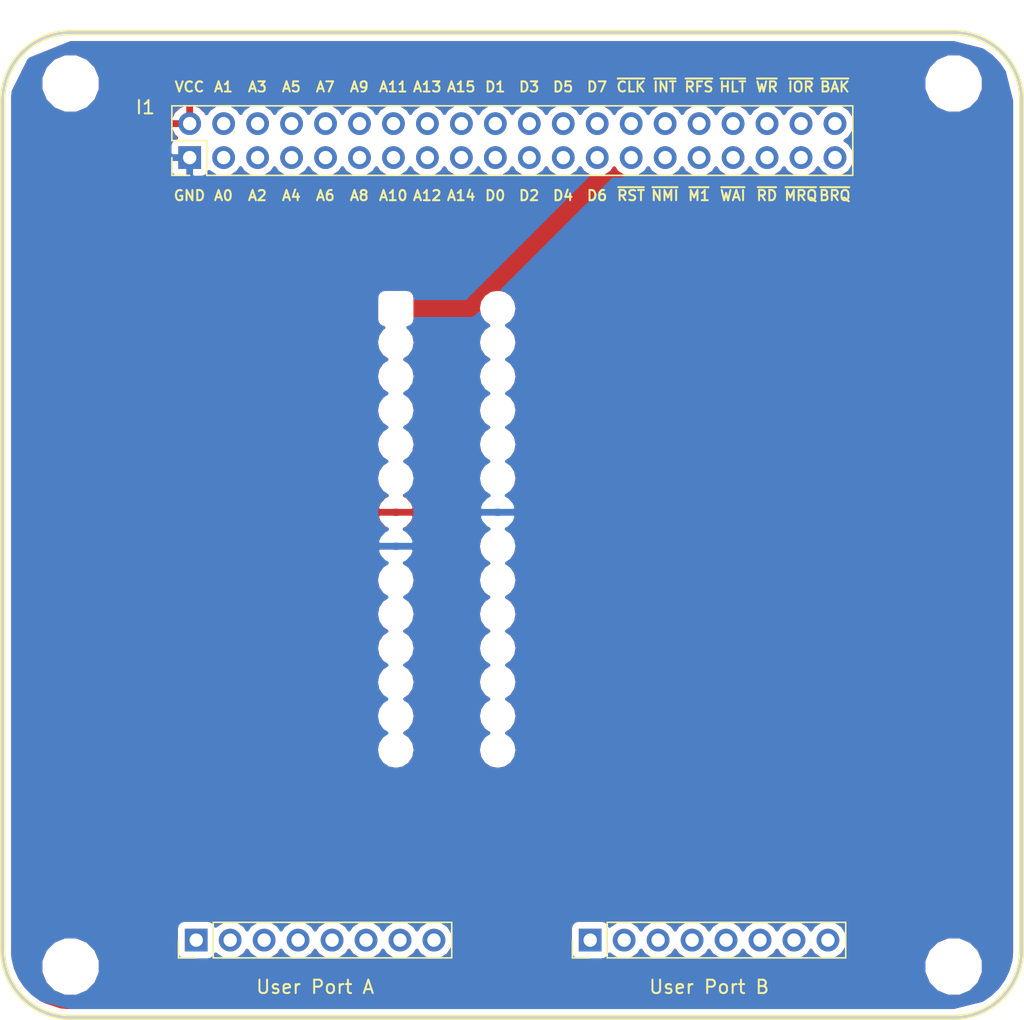
<source format=kicad_pcb>
(kicad_pcb (version 20171130) (host pcbnew "(5.0.1)-4")

  (general
    (thickness 1.6)
    (drawings 8)
    (tracks 0)
    (zones 0)
    (modules 1)
    (nets 57)
  )

  (page A4)
  (layers
    (0 F.Cu signal)
    (31 B.Cu signal)
    (32 B.Adhes user)
    (33 F.Adhes user)
    (34 B.Paste user)
    (35 F.Paste user)
    (36 B.SilkS user)
    (37 F.SilkS user)
    (38 B.Mask user)
    (39 F.Mask user)
    (40 Dwgs.User user)
    (41 Cmts.User user)
    (42 Eco1.User user)
    (43 Eco2.User user)
    (44 Edge.Cuts user)
    (45 Margin user)
    (46 B.CrtYd user)
    (47 F.CrtYd user)
    (48 B.Fab user)
    (49 F.Fab user)
  )

  (setup
    (last_trace_width 0.25)
    (trace_clearance 0.2)
    (zone_clearance 0.508)
    (zone_45_only no)
    (trace_min 0.2)
    (segment_width 0.2)
    (edge_width 0.15)
    (via_size 0.8)
    (via_drill 0.4)
    (via_min_size 0.4)
    (via_min_drill 0.3)
    (uvia_size 0.3)
    (uvia_drill 0.1)
    (uvias_allowed no)
    (uvia_min_size 0.2)
    (uvia_min_drill 0.1)
    (pcb_text_width 0.3)
    (pcb_text_size 1.5 1.5)
    (mod_edge_width 0.15)
    (mod_text_size 1 1)
    (mod_text_width 0.15)
    (pad_size 1.524 1.524)
    (pad_drill 0.762)
    (pad_to_mask_clearance 0.051)
    (solder_mask_min_width 0.25)
    (aux_axis_origin 0 0)
    (visible_elements 7FFFFFFF)
    (pcbplotparams
      (layerselection 0x010fc_ffffffff)
      (usegerberextensions false)
      (usegerberattributes false)
      (usegerberadvancedattributes false)
      (creategerberjobfile false)
      (excludeedgelayer true)
      (linewidth 0.100000)
      (plotframeref false)
      (viasonmask false)
      (mode 1)
      (useauxorigin false)
      (hpglpennumber 1)
      (hpglpenspeed 20)
      (hpglpendiameter 15.000000)
      (psnegative false)
      (psa4output false)
      (plotreference true)
      (plotvalue true)
      (plotinvisibletext false)
      (padsonsilk false)
      (subtractmaskfromsilk false)
      (outputformat 1)
      (mirror false)
      (drillshape 1)
      (scaleselection 1)
      (outputdirectory ""))
  )

  (net 0 "")
  (net 1 "Net-(I1-Pad20)")
  (net 2 "Net-(I1-Pad15)")
  (net 3 "Net-(I1-Pad18)")
  (net 4 GND)
  (net 5 "Net-(I1-Pad16)")
  (net 6 "Net-(I1-Pad24)")
  (net 7 "Net-(I1-Pad12)")
  (net 8 "Net-(I1-Pad4)")
  (net 9 "Net-(I1-Pad5)")
  (net 10 VCC)
  (net 11 "Net-(I1-Pad9)")
  (net 12 "Net-(I1-Pad13)")
  (net 13 "Net-(I1-Pad10)")
  (net 14 "Net-(I1-Pad3)")
  (net 15 "Net-(I1-Pad6)")
  (net 16 "Net-(I1-Pad14)")
  (net 17 "Net-(I1-Pad17)")
  (net 18 "Net-(I1-Pad22)")
  (net 19 "Net-(I1-Pad19)")
  (net 20 "Net-(I1-Pad23)")
  (net 21 "Net-(I1-Pad21)")
  (net 22 "Net-(I1-Pad11)")
  (net 23 "Net-(I1-Pad7)")
  (net 24 "Net-(I1-Pad8)")
  (net 25 "Net-(I1-Pad39)")
  (net 26 "Net-(I1-Pad27)")
  (net 27 "Net-(I1-Pad38)")
  (net 28 "Net-(I1-Pad25)")
  (net 29 "Net-(I1-Pad33)")
  (net 30 "Net-(I1-Pad35)")
  (net 31 "Net-(I1-Pad31)")
  (net 32 "Net-(I1-Pad32)")
  (net 33 "Net-(I1-Pad26)")
  (net 34 "Net-(I1-Pad34)")
  (net 35 "Net-(I1-Pad28)")
  (net 36 "Net-(I1-Pad40)")
  (net 37 "Net-(I1-Pad29)")
  (net 38 "Net-(I1-Pad37)")
  (net 39 "Net-(I1-Pad36)")
  (net 40 "Net-(I1-Pad30)")
  (net 41 "Net-(I1-Pad44)")
  (net 42 "Net-(I1-Pad46)")
  (net 43 "Net-(I1-Pad47)")
  (net 44 "Net-(I1-Pad48)")
  (net 45 "Net-(I1-Pad45)")
  (net 46 "Net-(I1-Pad42)")
  (net 47 "Net-(I1-Pad41)")
  (net 48 "Net-(I1-Pad43)")
  (net 49 "Net-(I1-Pad55)")
  (net 50 "Net-(I1-Pad52)")
  (net 51 "Net-(I1-Pad56)")
  (net 52 "Net-(I1-Pad50)")
  (net 53 "Net-(I1-Pad49)")
  (net 54 "Net-(I1-Pad54)")
  (net 55 "Net-(I1-Pad51)")
  (net 56 "Net-(I1-Pad53)")

  (net_class Default "This is the default net class."
    (clearance 0.2)
    (trace_width 0.25)
    (via_dia 0.8)
    (via_drill 0.4)
    (uvia_dia 0.3)
    (uvia_drill 0.1)
    (add_net GND)
    (add_net "Net-(I1-Pad10)")
    (add_net "Net-(I1-Pad11)")
    (add_net "Net-(I1-Pad12)")
    (add_net "Net-(I1-Pad13)")
    (add_net "Net-(I1-Pad14)")
    (add_net "Net-(I1-Pad15)")
    (add_net "Net-(I1-Pad16)")
    (add_net "Net-(I1-Pad17)")
    (add_net "Net-(I1-Pad18)")
    (add_net "Net-(I1-Pad19)")
    (add_net "Net-(I1-Pad20)")
    (add_net "Net-(I1-Pad21)")
    (add_net "Net-(I1-Pad22)")
    (add_net "Net-(I1-Pad23)")
    (add_net "Net-(I1-Pad24)")
    (add_net "Net-(I1-Pad25)")
    (add_net "Net-(I1-Pad26)")
    (add_net "Net-(I1-Pad27)")
    (add_net "Net-(I1-Pad28)")
    (add_net "Net-(I1-Pad29)")
    (add_net "Net-(I1-Pad3)")
    (add_net "Net-(I1-Pad30)")
    (add_net "Net-(I1-Pad31)")
    (add_net "Net-(I1-Pad32)")
    (add_net "Net-(I1-Pad33)")
    (add_net "Net-(I1-Pad34)")
    (add_net "Net-(I1-Pad35)")
    (add_net "Net-(I1-Pad36)")
    (add_net "Net-(I1-Pad37)")
    (add_net "Net-(I1-Pad38)")
    (add_net "Net-(I1-Pad39)")
    (add_net "Net-(I1-Pad4)")
    (add_net "Net-(I1-Pad40)")
    (add_net "Net-(I1-Pad41)")
    (add_net "Net-(I1-Pad42)")
    (add_net "Net-(I1-Pad43)")
    (add_net "Net-(I1-Pad44)")
    (add_net "Net-(I1-Pad45)")
    (add_net "Net-(I1-Pad46)")
    (add_net "Net-(I1-Pad47)")
    (add_net "Net-(I1-Pad48)")
    (add_net "Net-(I1-Pad49)")
    (add_net "Net-(I1-Pad5)")
    (add_net "Net-(I1-Pad50)")
    (add_net "Net-(I1-Pad51)")
    (add_net "Net-(I1-Pad52)")
    (add_net "Net-(I1-Pad53)")
    (add_net "Net-(I1-Pad54)")
    (add_net "Net-(I1-Pad55)")
    (add_net "Net-(I1-Pad56)")
    (add_net "Net-(I1-Pad6)")
    (add_net "Net-(I1-Pad7)")
    (add_net "Net-(I1-Pad8)")
    (add_net "Net-(I1-Pad9)")
    (add_net VCC)
  )

  (module S80:S80-1 (layer F.Cu) (tedit 5D004D8D) (tstamp 5D0104FA)
    (at 160.02 109.22)
    (path /5D005A4D)
    (fp_text reference I1 (at -27.432 -31.242) (layer F.SilkS)
      (effects (font (size 1 1) (thickness 0.15)))
    )
    (fp_text value S80_Interface (at 0.3175 -38.4175) (layer F.Fab)
      (effects (font (size 1 1) (thickness 0.15)))
    )
    (fp_line (start -24.114367 -26.15) (end -25.444367 -26.15) (layer F.SilkS) (width 0.12))
    (fp_line (start 25.935633 -25.68) (end 25.935633 -31.83) (layer F.CrtYd) (width 0.05))
    (fp_line (start -22.844367 -28.75) (end -25.444367 -28.75) (layer F.SilkS) (width 0.12))
    (fp_line (start -25.914367 -31.83) (end -25.914367 -25.68) (layer F.CrtYd) (width 0.05))
    (fp_line (start -22.844367 -26.15) (end -22.844367 -28.75) (layer F.SilkS) (width 0.12))
    (fp_line (start -25.384367 -31.29) (end 25.415633 -31.29) (layer F.Fab) (width 0.1))
    (fp_line (start 25.475633 -26.15) (end 25.475633 -31.35) (layer F.SilkS) (width 0.12))
    (fp_line (start -24.114367 -26.21) (end -25.384367 -27.48) (layer F.Fab) (width 0.1))
    (fp_line (start -25.444367 -31.35) (end 25.475633 -31.35) (layer F.SilkS) (width 0.12))
    (fp_line (start 25.935633 -31.83) (end -25.914367 -31.83) (layer F.CrtYd) (width 0.05))
    (fp_line (start 25.415633 -31.29) (end 25.415633 -26.21) (layer F.Fab) (width 0.1))
    (fp_line (start -25.444367 -28.75) (end -25.444367 -31.35) (layer F.SilkS) (width 0.12))
    (fp_line (start -25.444367 -26.15) (end -25.444367 -27.48) (layer F.SilkS) (width 0.12))
    (fp_line (start 25.415633 -26.21) (end -24.114367 -26.21) (layer F.Fab) (width 0.1))
    (fp_line (start -25.914367 -25.68) (end 25.935633 -25.68) (layer F.CrtYd) (width 0.05))
    (fp_line (start -25.384367 -27.48) (end -25.384367 -31.29) (layer F.Fab) (width 0.1))
    (fp_line (start -22.844367 -26.15) (end 25.475633 -26.15) (layer F.SilkS) (width 0.12))
    (fp_line (start -33.02 36.83) (end 33.02 36.83) (layer F.SilkS) (width 0.4))
    (fp_line (start -33.02 -36.83) (end 33.02 -36.83) (layer F.SilkS) (width 0.4))
    (fp_arc (start -33.02 31.75) (end -38.1 31.75) (angle -90) (layer F.SilkS) (width 0.4))
    (fp_arc (start 33.02 31.75) (end 33.02 36.83) (angle -90) (layer F.SilkS) (width 0.4))
    (fp_arc (start 33.02 -31.75) (end 38.1 -31.75) (angle -90) (layer F.SilkS) (width 0.4))
    (fp_arc (start -33.02 -31.75) (end -33.02 -36.83) (angle -90) (layer F.SilkS) (width 0.4))
    (fp_line (start -38.1 -31.75) (end -38.1 31.75) (layer F.SilkS) (width 0.4))
    (fp_line (start 38.1 -31.75) (end 38.1 31.75) (layer F.SilkS) (width 0.4))
    (fp_line (start -24.9554 32.372) (end -24.9554 31.042) (layer F.SilkS) (width 0.12))
    (fp_line (start -25.4254 29.242) (end -25.4254 32.842) (layer F.CrtYd) (width 0.05))
    (fp_line (start -4.0754 29.242) (end -25.4254 29.242) (layer F.CrtYd) (width 0.05))
    (fp_line (start -25.4254 32.842) (end -4.0754 32.842) (layer F.CrtYd) (width 0.05))
    (fp_line (start -22.3554 32.372) (end -22.3554 29.712) (layer F.SilkS) (width 0.12))
    (fp_line (start -4.5154 32.372) (end -4.5154 29.712) (layer F.SilkS) (width 0.12))
    (fp_line (start -4.5754 32.312) (end -24.2604 32.312) (layer F.Fab) (width 0.1))
    (fp_line (start -4.5754 29.772) (end -4.5754 32.312) (layer F.Fab) (width 0.1))
    (fp_line (start -24.8954 29.772) (end -4.5754 29.772) (layer F.Fab) (width 0.1))
    (fp_line (start -4.0754 32.842) (end -4.0754 29.242) (layer F.CrtYd) (width 0.05))
    (fp_line (start -23.6254 32.372) (end -24.9554 32.372) (layer F.SilkS) (width 0.12))
    (fp_line (start -22.3554 29.712) (end -4.5154 29.712) (layer F.SilkS) (width 0.12))
    (fp_line (start -22.3554 32.372) (end -4.5154 32.372) (layer F.SilkS) (width 0.12))
    (fp_line (start -24.2604 32.312) (end -24.8954 31.677) (layer F.Fab) (width 0.1))
    (fp_line (start -24.8954 31.677) (end -24.8954 29.772) (layer F.Fab) (width 0.1))
    (fp_line (start 25.3886 32.842) (end 25.3886 29.242) (layer F.CrtYd) (width 0.05))
    (fp_line (start 7.1086 32.372) (end 24.9486 32.372) (layer F.SilkS) (width 0.12))
    (fp_line (start 5.8386 32.372) (end 4.5086 32.372) (layer F.SilkS) (width 0.12))
    (fp_line (start 4.5686 31.677) (end 4.5686 29.772) (layer F.Fab) (width 0.1))
    (fp_line (start 5.2036 32.312) (end 4.5686 31.677) (layer F.Fab) (width 0.1))
    (fp_line (start 7.1086 29.712) (end 24.9486 29.712) (layer F.SilkS) (width 0.12))
    (fp_line (start 4.5686 29.772) (end 24.8886 29.772) (layer F.Fab) (width 0.1))
    (fp_line (start 4.0386 29.242) (end 4.0386 32.842) (layer F.CrtYd) (width 0.05))
    (fp_line (start 24.8886 32.312) (end 5.2036 32.312) (layer F.Fab) (width 0.1))
    (fp_line (start 4.5086 32.372) (end 4.5086 31.042) (layer F.SilkS) (width 0.12))
    (fp_line (start 24.8886 29.772) (end 24.8886 32.312) (layer F.Fab) (width 0.1))
    (fp_line (start 24.9486 32.372) (end 24.9486 29.712) (layer F.SilkS) (width 0.12))
    (fp_line (start 7.1086 32.372) (end 7.1086 29.712) (layer F.SilkS) (width 0.12))
    (fp_line (start 4.0386 32.842) (end 25.3886 32.842) (layer F.CrtYd) (width 0.05))
    (fp_line (start 25.3886 29.242) (end 4.0386 29.242) (layer F.CrtYd) (width 0.05))
    (fp_text user "User Port A" (at -14.732 34.544) (layer F.SilkS)
      (effects (font (size 1 1) (thickness 0.15)))
    )
    (fp_text user "User Port B" (at 14.732 34.544) (layer F.SilkS)
      (effects (font (size 1 1) (thickness 0.15)))
    )
    (fp_text user GND (at -24.13 -24.638) (layer F.SilkS)
      (effects (font (size 0.762 0.762) (thickness 0.15)))
    )
    (fp_text user VCC (at -24.13 -32.766) (layer F.SilkS)
      (effects (font (size 0.762 0.762) (thickness 0.15)))
    )
    (fp_text user A0 (at -21.59 -24.638) (layer F.SilkS)
      (effects (font (size 0.762 0.762) (thickness 0.15)))
    )
    (fp_text user A3 (at -19.05 -32.766) (layer F.SilkS)
      (effects (font (size 0.762 0.762) (thickness 0.15)))
    )
    (fp_text user A5 (at -16.51 -32.766) (layer F.SilkS)
      (effects (font (size 0.762 0.762) (thickness 0.15)))
    )
    (fp_text user A7 (at -13.97 -32.766) (layer F.SilkS)
      (effects (font (size 0.762 0.762) (thickness 0.15)))
    )
    (fp_text user A9 (at -11.43 -32.766) (layer F.SilkS)
      (effects (font (size 0.762 0.762) (thickness 0.15)))
    )
    (fp_text user A11 (at -8.89 -32.766) (layer F.SilkS)
      (effects (font (size 0.762 0.762) (thickness 0.15)))
    )
    (fp_text user A13 (at -6.35 -32.766) (layer F.SilkS)
      (effects (font (size 0.762 0.762) (thickness 0.15)))
    )
    (fp_text user A15 (at -3.81 -32.766) (layer F.SilkS)
      (effects (font (size 0.762 0.762) (thickness 0.15)))
    )
    (fp_text user A1 (at -21.59 -32.766) (layer F.SilkS)
      (effects (font (size 0.762 0.762) (thickness 0.15)))
    )
    (fp_text user A2 (at -19.05 -24.638) (layer F.SilkS)
      (effects (font (size 0.762 0.762) (thickness 0.15)))
    )
    (fp_text user A4 (at -16.51 -24.638) (layer F.SilkS)
      (effects (font (size 0.762 0.762) (thickness 0.15)))
    )
    (fp_text user A6 (at -13.97 -24.638) (layer F.SilkS)
      (effects (font (size 0.762 0.762) (thickness 0.15)))
    )
    (fp_text user A8 (at -11.43 -24.638) (layer F.SilkS)
      (effects (font (size 0.762 0.762) (thickness 0.15)))
    )
    (fp_text user A10 (at -8.89 -24.638) (layer F.SilkS)
      (effects (font (size 0.762 0.762) (thickness 0.15)))
    )
    (fp_text user A12 (at -6.35 -24.638) (layer F.SilkS)
      (effects (font (size 0.762 0.762) (thickness 0.15)))
    )
    (fp_text user A14 (at -3.81 -24.638) (layer F.SilkS)
      (effects (font (size 0.762 0.762) (thickness 0.15)))
    )
    (fp_text user D0 (at -1.27 -24.638) (layer F.SilkS)
      (effects (font (size 0.762 0.762) (thickness 0.15)))
    )
    (fp_text user D2 (at 1.27 -24.638) (layer F.SilkS)
      (effects (font (size 0.762 0.762) (thickness 0.15)))
    )
    (fp_text user D4 (at 3.81 -24.638) (layer F.SilkS)
      (effects (font (size 0.762 0.762) (thickness 0.15)))
    )
    (fp_text user D6 (at 6.35 -24.638) (layer F.SilkS)
      (effects (font (size 0.762 0.762) (thickness 0.15)))
    )
    (fp_text user D1 (at -1.27 -32.766) (layer F.SilkS)
      (effects (font (size 0.762 0.762) (thickness 0.15)))
    )
    (fp_text user D3 (at 1.27 -32.766) (layer F.SilkS)
      (effects (font (size 0.762 0.762) (thickness 0.15)))
    )
    (fp_text user D5 (at 3.81 -32.766) (layer F.SilkS)
      (effects (font (size 0.762 0.762) (thickness 0.15)))
    )
    (fp_text user D7 (at 6.35 -32.766) (layer F.SilkS)
      (effects (font (size 0.762 0.762) (thickness 0.15)))
    )
    (fp_text user ~RST (at 8.89 -24.638) (layer F.SilkS)
      (effects (font (size 0.762 0.762) (thickness 0.15)))
    )
    (fp_text user ~NMI (at 11.43 -24.638) (layer F.SilkS)
      (effects (font (size 0.762 0.762) (thickness 0.15)))
    )
    (fp_text user ~M1 (at 13.97 -24.638) (layer F.SilkS)
      (effects (font (size 0.762 0.762) (thickness 0.15)))
    )
    (fp_text user ~WAI (at 16.51 -24.638) (layer F.SilkS)
      (effects (font (size 0.762 0.762) (thickness 0.15)))
    )
    (fp_text user ~RD (at 19.05 -24.638) (layer F.SilkS)
      (effects (font (size 0.762 0.762) (thickness 0.15)))
    )
    (fp_text user ~MRQ (at 21.59 -24.638) (layer F.SilkS)
      (effects (font (size 0.762 0.762) (thickness 0.15)))
    )
    (fp_text user ~BRQ (at 24.13 -24.638) (layer F.SilkS)
      (effects (font (size 0.762 0.762) (thickness 0.15)))
    )
    (fp_text user ~CLK (at 8.89 -32.766) (layer F.SilkS)
      (effects (font (size 0.762 0.762) (thickness 0.15)))
    )
    (fp_text user ~INT (at 11.43 -32.766) (layer F.SilkS)
      (effects (font (size 0.762 0.762) (thickness 0.15)))
    )
    (fp_text user ~RFS (at 13.97 -32.766) (layer F.SilkS)
      (effects (font (size 0.762 0.762) (thickness 0.15)))
    )
    (fp_text user ~HLT (at 16.51 -32.766) (layer F.SilkS)
      (effects (font (size 0.762 0.762) (thickness 0.15)))
    )
    (fp_text user ~WR (at 19.05 -32.766) (layer F.SilkS)
      (effects (font (size 0.762 0.762) (thickness 0.15)))
    )
    (fp_text user ~IOR (at 21.59 -32.766) (layer F.SilkS)
      (effects (font (size 0.762 0.762) (thickness 0.15)))
    )
    (fp_text user ~BAK (at 24.13 -32.766) (layer F.SilkS)
      (effects (font (size 0.762 0.762) (thickness 0.15)))
    )
    (fp_circle (center 33.02 -33.02) (end 36.22 -33.02) (layer Cmts.User) (width 0.15))
    (fp_circle (center 33.02 -33.02) (end 36.47 -33.02) (layer F.CrtYd) (width 0.05))
    (fp_circle (center 33.02 33.02) (end 36.47 33.02) (layer F.CrtYd) (width 0.05))
    (fp_circle (center 33.02 33.02) (end 36.22 33.02) (layer Cmts.User) (width 0.15))
    (fp_circle (center -33.02 33.02) (end -29.82 33.02) (layer Cmts.User) (width 0.15))
    (fp_circle (center -33.02 33.02) (end -29.57 33.02) (layer F.CrtYd) (width 0.05))
    (fp_circle (center -33.02 -33.02) (end -29.57 -33.02) (layer F.CrtYd) (width 0.05))
    (fp_circle (center -33.02 -33.02) (end -29.82 -33.02) (layer Cmts.User) (width 0.15))
    (pad 20 thru_hole oval (at -1.254367 -30.02 90) (size 1.7 1.7) (drill 1) (layers *.Cu *.Mask)
      (net 1 "Net-(I1-Pad20)"))
    (pad 15 thru_hole oval (at -6.334367 -27.48 90) (size 1.7 1.7) (drill 1) (layers *.Cu *.Mask)
      (net 2 "Net-(I1-Pad15)"))
    (pad 18 thru_hole oval (at -3.794367 -30.02 90) (size 1.7 1.7) (drill 1) (layers *.Cu *.Mask)
      (net 3 "Net-(I1-Pad18)"))
    (pad 1 thru_hole rect (at -24.114367 -27.48 90) (size 1.7 1.7) (drill 1) (layers *.Cu *.Mask)
      (net 4 GND))
    (pad 16 thru_hole oval (at -6.334367 -30.02 90) (size 1.7 1.7) (drill 1) (layers *.Cu *.Mask)
      (net 5 "Net-(I1-Pad16)"))
    (pad 24 thru_hole oval (at 3.825633 -30.02 90) (size 1.7 1.7) (drill 1) (layers *.Cu *.Mask)
      (net 6 "Net-(I1-Pad24)"))
    (pad 12 thru_hole oval (at -11.414367 -30.02 90) (size 1.7 1.7) (drill 1) (layers *.Cu *.Mask)
      (net 7 "Net-(I1-Pad12)"))
    (pad 4 thru_hole oval (at -21.574367 -30.02 90) (size 1.7 1.7) (drill 1) (layers *.Cu *.Mask)
      (net 8 "Net-(I1-Pad4)"))
    (pad 5 thru_hole oval (at -19.034367 -27.48 90) (size 1.7 1.7) (drill 1) (layers *.Cu *.Mask)
      (net 9 "Net-(I1-Pad5)"))
    (pad 2 thru_hole oval (at -24.114367 -30.02 90) (size 1.7 1.7) (drill 1) (layers *.Cu *.Mask)
      (net 10 VCC))
    (pad 9 thru_hole oval (at -13.954367 -27.48 90) (size 1.7 1.7) (drill 1) (layers *.Cu *.Mask)
      (net 11 "Net-(I1-Pad9)"))
    (pad 13 thru_hole oval (at -8.874367 -27.48 90) (size 1.7 1.7) (drill 1) (layers *.Cu *.Mask)
      (net 12 "Net-(I1-Pad13)"))
    (pad 10 thru_hole oval (at -13.954367 -30.02 90) (size 1.7 1.7) (drill 1) (layers *.Cu *.Mask)
      (net 13 "Net-(I1-Pad10)"))
    (pad 3 thru_hole oval (at -21.574367 -27.48 90) (size 1.7 1.7) (drill 1) (layers *.Cu *.Mask)
      (net 14 "Net-(I1-Pad3)"))
    (pad 6 thru_hole oval (at -19.034367 -30.02 90) (size 1.7 1.7) (drill 1) (layers *.Cu *.Mask)
      (net 15 "Net-(I1-Pad6)"))
    (pad 14 thru_hole oval (at -8.874367 -30.02 90) (size 1.7 1.7) (drill 1) (layers *.Cu *.Mask)
      (net 16 "Net-(I1-Pad14)"))
    (pad 17 thru_hole oval (at -3.794367 -27.48 90) (size 1.7 1.7) (drill 1) (layers *.Cu *.Mask)
      (net 17 "Net-(I1-Pad17)"))
    (pad 22 thru_hole oval (at 1.285633 -30.02 90) (size 1.7 1.7) (drill 1) (layers *.Cu *.Mask)
      (net 18 "Net-(I1-Pad22)"))
    (pad 19 thru_hole oval (at -1.254367 -27.48 90) (size 1.7 1.7) (drill 1) (layers *.Cu *.Mask)
      (net 19 "Net-(I1-Pad19)"))
    (pad 23 thru_hole oval (at 3.825633 -27.48 90) (size 1.7 1.7) (drill 1) (layers *.Cu *.Mask)
      (net 20 "Net-(I1-Pad23)"))
    (pad 21 thru_hole oval (at 1.285633 -27.48 90) (size 1.7 1.7) (drill 1) (layers *.Cu *.Mask)
      (net 21 "Net-(I1-Pad21)"))
    (pad 11 thru_hole oval (at -11.414367 -27.48 90) (size 1.7 1.7) (drill 1) (layers *.Cu *.Mask)
      (net 22 "Net-(I1-Pad11)"))
    (pad 7 thru_hole oval (at -16.494367 -27.48 90) (size 1.7 1.7) (drill 1) (layers *.Cu *.Mask)
      (net 23 "Net-(I1-Pad7)"))
    (pad 8 thru_hole oval (at -16.494367 -30.02 90) (size 1.7 1.7) (drill 1) (layers *.Cu *.Mask)
      (net 24 "Net-(I1-Pad8)"))
    (pad 39 thru_hole oval (at 24.145633 -27.48 90) (size 1.7 1.7) (drill 1) (layers *.Cu *.Mask)
      (net 25 "Net-(I1-Pad39)"))
    (pad 27 thru_hole oval (at 8.905633 -27.48 90) (size 1.7 1.7) (drill 1) (layers *.Cu *.Mask)
      (net 26 "Net-(I1-Pad27)"))
    (pad 38 thru_hole oval (at 21.605633 -30.02 90) (size 1.7 1.7) (drill 1) (layers *.Cu *.Mask)
      (net 27 "Net-(I1-Pad38)"))
    (pad 25 thru_hole oval (at 6.365633 -27.48 90) (size 1.7 1.7) (drill 1) (layers *.Cu *.Mask)
      (net 28 "Net-(I1-Pad25)"))
    (pad 33 thru_hole oval (at 16.525633 -27.48 90) (size 1.7 1.7) (drill 1) (layers *.Cu *.Mask)
      (net 29 "Net-(I1-Pad33)"))
    (pad 35 thru_hole oval (at 19.065633 -27.48 90) (size 1.7 1.7) (drill 1) (layers *.Cu *.Mask)
      (net 30 "Net-(I1-Pad35)"))
    (pad 31 thru_hole oval (at 13.985633 -27.48 90) (size 1.7 1.7) (drill 1) (layers *.Cu *.Mask)
      (net 31 "Net-(I1-Pad31)"))
    (pad 32 thru_hole oval (at 13.985633 -30.02 90) (size 1.7 1.7) (drill 1) (layers *.Cu *.Mask)
      (net 32 "Net-(I1-Pad32)"))
    (pad 26 thru_hole oval (at 6.365633 -30.02 90) (size 1.7 1.7) (drill 1) (layers *.Cu *.Mask)
      (net 33 "Net-(I1-Pad26)"))
    (pad 34 thru_hole oval (at 16.525633 -30.02 90) (size 1.7 1.7) (drill 1) (layers *.Cu *.Mask)
      (net 34 "Net-(I1-Pad34)"))
    (pad 28 thru_hole oval (at 8.905633 -30.02 90) (size 1.7 1.7) (drill 1) (layers *.Cu *.Mask)
      (net 35 "Net-(I1-Pad28)"))
    (pad 40 thru_hole oval (at 24.145633 -30.02 90) (size 1.7 1.7) (drill 1) (layers *.Cu *.Mask)
      (net 36 "Net-(I1-Pad40)"))
    (pad 29 thru_hole oval (at 11.445633 -27.48 90) (size 1.7 1.7) (drill 1) (layers *.Cu *.Mask)
      (net 37 "Net-(I1-Pad29)"))
    (pad 37 thru_hole oval (at 21.605633 -27.48 90) (size 1.7 1.7) (drill 1) (layers *.Cu *.Mask)
      (net 38 "Net-(I1-Pad37)"))
    (pad 36 thru_hole oval (at 19.065633 -30.02 90) (size 1.7 1.7) (drill 1) (layers *.Cu *.Mask)
      (net 39 "Net-(I1-Pad36)"))
    (pad 30 thru_hole oval (at 11.445633 -30.02 90) (size 1.7 1.7) (drill 1) (layers *.Cu *.Mask)
      (net 40 "Net-(I1-Pad30)"))
    (pad 44 thru_hole oval (at -16.0054 31.042 90) (size 1.7 1.7) (drill 1) (layers *.Cu *.Mask)
      (net 41 "Net-(I1-Pad44)"))
    (pad 46 thru_hole oval (at -10.9254 31.042 90) (size 1.7 1.7) (drill 1) (layers *.Cu *.Mask)
      (net 42 "Net-(I1-Pad46)"))
    (pad 47 thru_hole oval (at -8.3854 31.042 90) (size 1.7 1.7) (drill 1) (layers *.Cu *.Mask)
      (net 43 "Net-(I1-Pad47)"))
    (pad 48 thru_hole oval (at -5.8454 31.042 90) (size 1.7 1.7) (drill 1) (layers *.Cu *.Mask)
      (net 44 "Net-(I1-Pad48)"))
    (pad 45 thru_hole oval (at -13.4654 31.042 90) (size 1.7 1.7) (drill 1) (layers *.Cu *.Mask)
      (net 45 "Net-(I1-Pad45)"))
    (pad 42 thru_hole oval (at -21.0854 31.042 90) (size 1.7 1.7) (drill 1) (layers *.Cu *.Mask)
      (net 46 "Net-(I1-Pad42)"))
    (pad 41 thru_hole rect (at -23.6254 31.042 90) (size 1.7 1.7) (drill 1) (layers *.Cu *.Mask)
      (net 47 "Net-(I1-Pad41)"))
    (pad 43 thru_hole oval (at -18.5454 31.042 90) (size 1.7 1.7) (drill 1) (layers *.Cu *.Mask)
      (net 48 "Net-(I1-Pad43)"))
    (pad 55 thru_hole oval (at 21.0786 31.042 90) (size 1.7 1.7) (drill 1) (layers *.Cu *.Mask)
      (net 49 "Net-(I1-Pad55)"))
    (pad 52 thru_hole oval (at 13.4586 31.042 90) (size 1.7 1.7) (drill 1) (layers *.Cu *.Mask)
      (net 50 "Net-(I1-Pad52)"))
    (pad 56 thru_hole oval (at 23.6186 31.042 90) (size 1.7 1.7) (drill 1) (layers *.Cu *.Mask)
      (net 51 "Net-(I1-Pad56)"))
    (pad 50 thru_hole oval (at 8.3786 31.042 90) (size 1.7 1.7) (drill 1) (layers *.Cu *.Mask)
      (net 52 "Net-(I1-Pad50)"))
    (pad 49 thru_hole rect (at 5.8386 31.042 90) (size 1.7 1.7) (drill 1) (layers *.Cu *.Mask)
      (net 53 "Net-(I1-Pad49)"))
    (pad 54 thru_hole oval (at 18.5386 31.042 90) (size 1.7 1.7) (drill 1) (layers *.Cu *.Mask)
      (net 54 "Net-(I1-Pad54)"))
    (pad 51 thru_hole oval (at 10.9186 31.042 90) (size 1.7 1.7) (drill 1) (layers *.Cu *.Mask)
      (net 55 "Net-(I1-Pad51)"))
    (pad 53 thru_hole oval (at 15.9986 31.042 90) (size 1.7 1.7) (drill 1) (layers *.Cu *.Mask)
      (net 56 "Net-(I1-Pad53)"))
    (pad "" np_thru_hole circle (at -33.02 -33.02) (size 3.2 3.2) (drill 3.2) (layers *.Cu *.Mask))
    (pad "" np_thru_hole circle (at 33.02 -33.02) (size 3.2 3.2) (drill 3.2) (layers *.Cu *.Mask))
    (pad "" np_thru_hole circle (at 33.02 33.02) (size 3.2 3.2) (drill 3.2) (layers *.Cu *.Mask))
    (pad "" np_thru_hole circle (at -33.02 33.02) (size 3.2 3.2) (drill 3.2) (layers *.Cu *.Mask))
  )

  (gr_arc (start 127 77.47) (end 127 72.39) (angle -90) (layer Edge.Cuts) (width 0.2))
  (gr_arc (start 127 140.97) (end 121.92 140.97) (angle -90) (layer Edge.Cuts) (width 0.2))
  (gr_arc (start 193.04 140.97) (end 193.04 146.05) (angle -90) (layer Edge.Cuts) (width 0.2))
  (gr_arc (start 193.04 77.47) (end 198.12 77.47) (angle -90) (layer Edge.Cuts) (width 0.2))
  (gr_line (start 198.12 140.97) (end 198.12 77.47) (layer Edge.Cuts) (width 0.2))
  (gr_line (start 127 146.05) (end 193.04 146.05) (layer Edge.Cuts) (width 0.2))
  (gr_line (start 121.92 77.47) (end 121.92 140.97) (layer Edge.Cuts) (width 0.2))
  (gr_line (start 193.04 72.39) (end 127 72.39) (layer Edge.Cuts) (width 0.2))

  (zone (net 10) (net_name VCC) (layer F.Cu) (tstamp 0) (hatch edge 0.508)
    (connect_pads (clearance 0.508))
    (min_thickness 0.254)
    (fill yes (arc_segments 16) (thermal_gap 0.508) (thermal_bridge_width 0.508))
    (polygon
      (pts
        (xy 122.555 77.47) (xy 122.555 140.97) (xy 122.555 142.24) (xy 123.19 143.51) (xy 124.46 144.78)
        (xy 126.365 145.415) (xy 193.04 145.415) (xy 195.58 144.78) (xy 196.85 143.51) (xy 197.485 142.24)
        (xy 197.485 77.47) (xy 196.85 74.93) (xy 195.58 73.66) (xy 193.04 73.025) (xy 127 73.025)
        (xy 123.825 74.295) (xy 122.555 76.835)
      )
    )
    (filled_polygon
      (pts
        (xy 195.144083 73.681929) (xy 195.250299 73.732592) (xy 195.877204 74.183068) (xy 196.414426 74.737438) (xy 196.82293 75.345355)
        (xy 197.358 77.485634) (xy 197.358 141.239797) (xy 197.313455 141.738914) (xy 197.109752 142.483528) (xy 196.777409 143.180297)
        (xy 196.326932 143.807203) (xy 195.772559 144.344428) (xy 195.164645 144.75293) (xy 193.024366 145.288) (xy 126.730203 145.288)
        (xy 126.259613 145.246001) (xy 125.128193 144.868861) (xy 124.789703 144.707409) (xy 124.162797 144.256932) (xy 123.625572 143.702559)
        (xy 123.195007 143.061812) (xy 122.884715 142.354946) (xy 122.750388 141.795431) (xy 124.765 141.795431) (xy 124.765 142.684569)
        (xy 125.105259 143.506026) (xy 125.733974 144.134741) (xy 126.555431 144.475) (xy 127.444569 144.475) (xy 128.266026 144.134741)
        (xy 128.894741 143.506026) (xy 129.235 142.684569) (xy 129.235 141.795431) (xy 190.805 141.795431) (xy 190.805 142.684569)
        (xy 191.145259 143.506026) (xy 191.773974 144.134741) (xy 192.595431 144.475) (xy 193.484569 144.475) (xy 194.306026 144.134741)
        (xy 194.934741 143.506026) (xy 195.275 142.684569) (xy 195.275 141.795431) (xy 194.934741 140.973974) (xy 194.306026 140.345259)
        (xy 193.484569 140.005) (xy 192.595431 140.005) (xy 191.773974 140.345259) (xy 191.145259 140.973974) (xy 190.805 141.795431)
        (xy 129.235 141.795431) (xy 128.894741 140.973974) (xy 128.266026 140.345259) (xy 127.444569 140.005) (xy 126.555431 140.005)
        (xy 125.733974 140.345259) (xy 125.105259 140.973974) (xy 124.765 141.795431) (xy 122.750388 141.795431) (xy 122.703145 141.59865)
        (xy 122.682 141.310714) (xy 122.682 139.412) (xy 134.89716 139.412) (xy 134.89716 141.112) (xy 134.946443 141.359765)
        (xy 135.086791 141.569809) (xy 135.296835 141.710157) (xy 135.5446 141.75944) (xy 137.2446 141.75944) (xy 137.492365 141.710157)
        (xy 137.702409 141.569809) (xy 137.842757 141.359765) (xy 137.851784 141.314381) (xy 137.863975 141.332625) (xy 138.355182 141.660839)
        (xy 138.788344 141.747) (xy 139.080856 141.747) (xy 139.514018 141.660839) (xy 140.005225 141.332625) (xy 140.2046 141.034239)
        (xy 140.403975 141.332625) (xy 140.895182 141.660839) (xy 141.328344 141.747) (xy 141.620856 141.747) (xy 142.054018 141.660839)
        (xy 142.545225 141.332625) (xy 142.7446 141.034239) (xy 142.943975 141.332625) (xy 143.435182 141.660839) (xy 143.868344 141.747)
        (xy 144.160856 141.747) (xy 144.594018 141.660839) (xy 145.085225 141.332625) (xy 145.2846 141.034239) (xy 145.483975 141.332625)
        (xy 145.975182 141.660839) (xy 146.408344 141.747) (xy 146.700856 141.747) (xy 147.134018 141.660839) (xy 147.625225 141.332625)
        (xy 147.8246 141.034239) (xy 148.023975 141.332625) (xy 148.515182 141.660839) (xy 148.948344 141.747) (xy 149.240856 141.747)
        (xy 149.674018 141.660839) (xy 150.165225 141.332625) (xy 150.3646 141.034239) (xy 150.563975 141.332625) (xy 151.055182 141.660839)
        (xy 151.488344 141.747) (xy 151.780856 141.747) (xy 152.214018 141.660839) (xy 152.705225 141.332625) (xy 152.9046 141.034239)
        (xy 153.103975 141.332625) (xy 153.595182 141.660839) (xy 154.028344 141.747) (xy 154.320856 141.747) (xy 154.754018 141.660839)
        (xy 155.245225 141.332625) (xy 155.573439 140.841418) (xy 155.688692 140.262) (xy 155.573439 139.682582) (xy 155.392642 139.412)
        (xy 164.36116 139.412) (xy 164.36116 141.112) (xy 164.410443 141.359765) (xy 164.550791 141.569809) (xy 164.760835 141.710157)
        (xy 165.0086 141.75944) (xy 166.7086 141.75944) (xy 166.956365 141.710157) (xy 167.166409 141.569809) (xy 167.306757 141.359765)
        (xy 167.315784 141.314381) (xy 167.327975 141.332625) (xy 167.819182 141.660839) (xy 168.252344 141.747) (xy 168.544856 141.747)
        (xy 168.978018 141.660839) (xy 169.469225 141.332625) (xy 169.6686 141.034239) (xy 169.867975 141.332625) (xy 170.359182 141.660839)
        (xy 170.792344 141.747) (xy 171.084856 141.747) (xy 171.518018 141.660839) (xy 172.009225 141.332625) (xy 172.2086 141.034239)
        (xy 172.407975 141.332625) (xy 172.899182 141.660839) (xy 173.332344 141.747) (xy 173.624856 141.747) (xy 174.058018 141.660839)
        (xy 174.549225 141.332625) (xy 174.7486 141.034239) (xy 174.947975 141.332625) (xy 175.439182 141.660839) (xy 175.872344 141.747)
        (xy 176.164856 141.747) (xy 176.598018 141.660839) (xy 177.089225 141.332625) (xy 177.2886 141.034239) (xy 177.487975 141.332625)
        (xy 177.979182 141.660839) (xy 178.412344 141.747) (xy 178.704856 141.747) (xy 179.138018 141.660839) (xy 179.629225 141.332625)
        (xy 179.8286 141.034239) (xy 180.027975 141.332625) (xy 180.519182 141.660839) (xy 180.952344 141.747) (xy 181.244856 141.747)
        (xy 181.678018 141.660839) (xy 182.169225 141.332625) (xy 182.3686 141.034239) (xy 182.567975 141.332625) (xy 183.059182 141.660839)
        (xy 183.492344 141.747) (xy 183.784856 141.747) (xy 184.218018 141.660839) (xy 184.709225 141.332625) (xy 185.037439 140.841418)
        (xy 185.152692 140.262) (xy 185.037439 139.682582) (xy 184.709225 139.191375) (xy 184.218018 138.863161) (xy 183.784856 138.777)
        (xy 183.492344 138.777) (xy 183.059182 138.863161) (xy 182.567975 139.191375) (xy 182.3686 139.489761) (xy 182.169225 139.191375)
        (xy 181.678018 138.863161) (xy 181.244856 138.777) (xy 180.952344 138.777) (xy 180.519182 138.863161) (xy 180.027975 139.191375)
        (xy 179.8286 139.489761) (xy 179.629225 139.191375) (xy 179.138018 138.863161) (xy 178.704856 138.777) (xy 178.412344 138.777)
        (xy 177.979182 138.863161) (xy 177.487975 139.191375) (xy 177.2886 139.489761) (xy 177.089225 139.191375) (xy 176.598018 138.863161)
        (xy 176.164856 138.777) (xy 175.872344 138.777) (xy 175.439182 138.863161) (xy 174.947975 139.191375) (xy 174.7486 139.489761)
        (xy 174.549225 139.191375) (xy 174.058018 138.863161) (xy 173.624856 138.777) (xy 173.332344 138.777) (xy 172.899182 138.863161)
        (xy 172.407975 139.191375) (xy 172.2086 139.489761) (xy 172.009225 139.191375) (xy 171.518018 138.863161) (xy 171.084856 138.777)
        (xy 170.792344 138.777) (xy 170.359182 138.863161) (xy 169.867975 139.191375) (xy 169.6686 139.489761) (xy 169.469225 139.191375)
        (xy 168.978018 138.863161) (xy 168.544856 138.777) (xy 168.252344 138.777) (xy 167.819182 138.863161) (xy 167.327975 139.191375)
        (xy 167.315784 139.209619) (xy 167.306757 139.164235) (xy 167.166409 138.954191) (xy 166.956365 138.813843) (xy 166.7086 138.76456)
        (xy 165.0086 138.76456) (xy 164.760835 138.813843) (xy 164.550791 138.954191) (xy 164.410443 139.164235) (xy 164.36116 139.412)
        (xy 155.392642 139.412) (xy 155.245225 139.191375) (xy 154.754018 138.863161) (xy 154.320856 138.777) (xy 154.028344 138.777)
        (xy 153.595182 138.863161) (xy 153.103975 139.191375) (xy 152.9046 139.489761) (xy 152.705225 139.191375) (xy 152.214018 138.863161)
        (xy 151.780856 138.777) (xy 151.488344 138.777) (xy 151.055182 138.863161) (xy 150.563975 139.191375) (xy 150.3646 139.489761)
        (xy 150.165225 139.191375) (xy 149.674018 138.863161) (xy 149.240856 138.777) (xy 148.948344 138.777) (xy 148.515182 138.863161)
        (xy 148.023975 139.191375) (xy 147.8246 139.489761) (xy 147.625225 139.191375) (xy 147.134018 138.863161) (xy 146.700856 138.777)
        (xy 146.408344 138.777) (xy 145.975182 138.863161) (xy 145.483975 139.191375) (xy 145.2846 139.489761) (xy 145.085225 139.191375)
        (xy 144.594018 138.863161) (xy 144.160856 138.777) (xy 143.868344 138.777) (xy 143.435182 138.863161) (xy 143.084599 139.097413)
        (xy 143.084599 132.818202) (xy 149.857905 126.044897) (xy 149.857387 126.0475) (xy 149.96876 126.607409) (xy 150.285923 127.082077)
        (xy 150.760591 127.39924) (xy 151.179167 127.4825) (xy 151.461833 127.4825) (xy 151.880409 127.39924) (xy 152.355077 127.082077)
        (xy 152.67224 126.607409) (xy 152.783613 126.0475) (xy 152.67224 125.487591) (xy 152.355077 125.012923) (xy 152.002742 124.7775)
        (xy 152.355077 124.542077) (xy 152.67224 124.067409) (xy 152.783613 123.5075) (xy 152.67224 122.947591) (xy 152.355077 122.472923)
        (xy 152.002742 122.2375) (xy 152.355077 122.002077) (xy 152.67224 121.527409) (xy 152.783613 120.9675) (xy 152.67224 120.407591)
        (xy 152.355077 119.932923) (xy 152.002742 119.6975) (xy 152.355077 119.462077) (xy 152.67224 118.987409) (xy 152.783613 118.4275)
        (xy 152.67224 117.867591) (xy 152.355077 117.392923) (xy 152.002742 117.1575) (xy 152.355077 116.922077) (xy 152.67224 116.447409)
        (xy 152.783613 115.8875) (xy 152.67224 115.327591) (xy 152.355077 114.852923) (xy 152.002742 114.6175) (xy 152.355077 114.382077)
        (xy 152.67224 113.907409) (xy 152.783613 113.3475) (xy 152.67224 112.787591) (xy 152.355077 112.312923) (xy 152.002742 112.0775)
        (xy 152.355077 111.842077) (xy 152.67224 111.367409) (xy 152.783613 110.8075) (xy 152.67224 110.247591) (xy 152.355077 109.772923)
        (xy 151.971392 109.516553) (xy 152.175634 109.419889) (xy 152.551541 109.004923) (xy 152.712404 108.616539) (xy 152.590415 108.3945)
        (xy 151.4475 108.3945) (xy 151.4475 108.4145) (xy 151.1935 108.4145) (xy 151.1935 108.3945) (xy 150.050585 108.3945)
        (xy 149.928596 108.616539) (xy 150.089459 109.004923) (xy 150.465366 109.419889) (xy 150.669608 109.516553) (xy 150.285923 109.772923)
        (xy 149.96876 110.247591) (xy 149.857387 110.8075) (xy 149.96876 111.367409) (xy 150.285923 111.842077) (xy 150.638258 112.0775)
        (xy 150.285923 112.312923) (xy 149.96876 112.787591) (xy 149.857387 113.3475) (xy 149.96876 113.907409) (xy 150.285923 114.382077)
        (xy 150.638258 114.6175) (xy 150.285923 114.852923) (xy 149.96876 115.327591) (xy 149.857387 115.8875) (xy 149.96876 116.447409)
        (xy 150.285923 116.922077) (xy 150.638258 117.1575) (xy 150.285923 117.392923) (xy 149.96876 117.867591) (xy 149.857387 118.4275)
        (xy 149.96876 118.987409) (xy 150.285923 119.462077) (xy 150.638258 119.6975) (xy 150.285923 119.932923) (xy 149.96876 120.407591)
        (xy 149.857387 120.9675) (xy 149.921812 121.291386) (xy 139.300127 131.913072) (xy 139.236671 131.955472) (xy 139.194271 132.018928)
        (xy 139.19427 132.018929) (xy 139.068696 132.206864) (xy 139.009711 132.503401) (xy 139.0246 132.578253) (xy 139.024599 138.777)
        (xy 138.788344 138.777) (xy 138.355182 138.863161) (xy 137.863975 139.191375) (xy 137.851784 139.209619) (xy 137.842757 139.164235)
        (xy 137.702409 138.954191) (xy 137.492365 138.813843) (xy 137.2446 138.76456) (xy 135.5446 138.76456) (xy 135.296835 138.813843)
        (xy 135.086791 138.954191) (xy 134.946443 139.164235) (xy 134.89716 139.412) (xy 122.682 139.412) (xy 122.682 95.5675)
        (xy 149.857387 95.5675) (xy 149.96876 96.127409) (xy 150.285923 96.602077) (xy 150.638258 96.8375) (xy 150.285923 97.072923)
        (xy 149.96876 97.547591) (xy 149.857387 98.1075) (xy 149.96876 98.667409) (xy 150.285923 99.142077) (xy 150.638258 99.3775)
        (xy 150.285923 99.612923) (xy 149.96876 100.087591) (xy 149.857387 100.6475) (xy 149.96876 101.207409) (xy 150.285923 101.682077)
        (xy 150.638258 101.9175) (xy 150.285923 102.152923) (xy 149.96876 102.627591) (xy 149.857387 103.1875) (xy 149.96876 103.747409)
        (xy 150.285923 104.222077) (xy 150.638258 104.4575) (xy 150.285923 104.692923) (xy 149.96876 105.167591) (xy 149.857387 105.7275)
        (xy 149.96876 106.287409) (xy 150.285923 106.762077) (xy 150.669608 107.018447) (xy 150.465366 107.115111) (xy 150.089459 107.530077)
        (xy 149.928596 107.918461) (xy 150.050585 108.1405) (xy 151.1935 108.1405) (xy 151.1935 108.1205) (xy 151.4475 108.1205)
        (xy 151.4475 108.1405) (xy 152.590415 108.1405) (xy 152.712404 107.918461) (xy 152.551541 107.530077) (xy 152.175634 107.115111)
        (xy 151.971392 107.018447) (xy 152.355077 106.762077) (xy 152.67224 106.287409) (xy 152.783613 105.7275) (xy 152.67224 105.167591)
        (xy 152.355077 104.692923) (xy 152.002742 104.4575) (xy 152.355077 104.222077) (xy 152.67224 103.747409) (xy 152.783613 103.1875)
        (xy 152.67224 102.627591) (xy 152.355077 102.152923) (xy 152.002742 101.9175) (xy 152.355077 101.682077) (xy 152.67224 101.207409)
        (xy 152.783613 100.6475) (xy 152.67224 100.087591) (xy 152.355077 99.612923) (xy 152.002742 99.3775) (xy 152.355077 99.142077)
        (xy 152.67224 98.667409) (xy 152.783613 98.1075) (xy 152.67224 97.547591) (xy 152.355077 97.072923) (xy 152.002742 96.8375)
        (xy 152.355077 96.602077) (xy 152.67224 96.127409) (xy 152.783613 95.5675) (xy 152.67224 95.007591) (xy 152.355077 94.532923)
        (xy 152.234394 94.452285) (xy 152.368265 94.425657) (xy 152.578309 94.285309) (xy 152.718657 94.075265) (xy 152.76794 93.8275)
        (xy 152.76794 93.0275) (xy 157.477387 93.0275) (xy 157.58876 93.587409) (xy 157.905923 94.062077) (xy 158.258258 94.2975)
        (xy 157.905923 94.532923) (xy 157.58876 95.007591) (xy 157.477387 95.5675) (xy 157.58876 96.127409) (xy 157.905923 96.602077)
        (xy 158.258258 96.8375) (xy 157.905923 97.072923) (xy 157.58876 97.547591) (xy 157.477387 98.1075) (xy 157.58876 98.667409)
        (xy 157.905923 99.142077) (xy 158.258258 99.3775) (xy 157.905923 99.612923) (xy 157.58876 100.087591) (xy 157.477387 100.6475)
        (xy 157.58876 101.207409) (xy 157.905923 101.682077) (xy 158.258258 101.9175) (xy 157.905923 102.152923) (xy 157.58876 102.627591)
        (xy 157.477387 103.1875) (xy 157.58876 103.747409) (xy 157.905923 104.222077) (xy 158.258258 104.4575) (xy 157.905923 104.692923)
        (xy 157.58876 105.167591) (xy 157.477387 105.7275) (xy 157.58876 106.287409) (xy 157.905923 106.762077) (xy 158.258258 106.9975)
        (xy 157.905923 107.232923) (xy 157.58876 107.707591) (xy 157.477387 108.2675) (xy 157.58876 108.827409) (xy 157.905923 109.302077)
        (xy 158.258258 109.5375) (xy 157.905923 109.772923) (xy 157.58876 110.247591) (xy 157.477387 110.8075) (xy 157.58876 111.367409)
        (xy 157.905923 111.842077) (xy 158.258258 112.0775) (xy 157.905923 112.312923) (xy 157.58876 112.787591) (xy 157.477387 113.3475)
        (xy 157.58876 113.907409) (xy 157.905923 114.382077) (xy 158.258258 114.6175) (xy 157.905923 114.852923) (xy 157.58876 115.327591)
        (xy 157.477387 115.8875) (xy 157.58876 116.447409) (xy 157.905923 116.922077) (xy 158.258258 117.1575) (xy 157.905923 117.392923)
        (xy 157.58876 117.867591) (xy 157.477387 118.4275) (xy 157.58876 118.987409) (xy 157.905923 119.462077) (xy 158.258258 119.6975)
        (xy 157.905923 119.932923) (xy 157.58876 120.407591) (xy 157.477387 120.9675) (xy 157.58876 121.527409) (xy 157.905923 122.002077)
        (xy 158.258258 122.2375) (xy 157.905923 122.472923) (xy 157.58876 122.947591) (xy 157.477387 123.5075) (xy 157.58876 124.067409)
        (xy 157.905923 124.542077) (xy 158.258258 124.7775) (xy 157.905923 125.012923) (xy 157.58876 125.487591) (xy 157.477387 126.0475)
        (xy 157.58876 126.607409) (xy 157.905923 127.082077) (xy 158.380591 127.39924) (xy 158.799167 127.4825) (xy 159.081833 127.4825)
        (xy 159.500409 127.39924) (xy 159.975077 127.082077) (xy 160.29224 126.607409) (xy 160.403613 126.0475) (xy 160.29224 125.487591)
        (xy 159.975077 125.012923) (xy 159.622742 124.7775) (xy 159.975077 124.542077) (xy 160.29224 124.067409) (xy 160.403613 123.5075)
        (xy 160.29224 122.947591) (xy 159.975077 122.472923) (xy 159.622742 122.2375) (xy 159.975077 122.002077) (xy 160.29224 121.527409)
        (xy 160.403613 120.9675) (xy 160.29224 120.407591) (xy 159.975077 119.932923) (xy 159.622742 119.6975) (xy 159.975077 119.462077)
        (xy 160.29224 118.987409) (xy 160.403613 118.4275) (xy 160.29224 117.867591) (xy 159.975077 117.392923) (xy 159.622742 117.1575)
        (xy 159.975077 116.922077) (xy 160.29224 116.447409) (xy 160.403613 115.8875) (xy 160.29224 115.327591) (xy 159.975077 114.852923)
        (xy 159.622742 114.6175) (xy 159.975077 114.382077) (xy 160.29224 113.907409) (xy 160.403613 113.3475) (xy 160.29224 112.787591)
        (xy 159.975077 112.312923) (xy 159.622742 112.0775) (xy 159.975077 111.842077) (xy 160.29224 111.367409) (xy 160.403613 110.8075)
        (xy 160.29224 110.247591) (xy 159.975077 109.772923) (xy 159.622742 109.5375) (xy 159.975077 109.302077) (xy 160.29224 108.827409)
        (xy 160.403613 108.2675) (xy 160.29224 107.707591) (xy 159.975077 107.232923) (xy 159.622742 106.9975) (xy 159.975077 106.762077)
        (xy 160.29224 106.287409) (xy 160.403613 105.7275) (xy 160.29224 105.167591) (xy 159.975077 104.692923) (xy 159.622742 104.4575)
        (xy 159.975077 104.222077) (xy 160.29224 103.747409) (xy 160.403613 103.1875) (xy 160.29224 102.627591) (xy 159.975077 102.152923)
        (xy 159.622742 101.9175) (xy 159.975077 101.682077) (xy 160.29224 101.207409) (xy 160.403613 100.6475) (xy 160.29224 100.087591)
        (xy 159.975077 99.612923) (xy 159.622742 99.3775) (xy 159.975077 99.142077) (xy 160.29224 98.667409) (xy 160.403613 98.1075)
        (xy 160.29224 97.547591) (xy 159.975077 97.072923) (xy 159.622742 96.8375) (xy 159.975077 96.602077) (xy 160.29224 96.127409)
        (xy 160.403613 95.5675) (xy 160.29224 95.007591) (xy 159.975077 94.532923) (xy 159.622742 94.2975) (xy 159.975077 94.062077)
        (xy 160.29224 93.587409) (xy 160.403613 93.0275) (xy 160.29224 92.467591) (xy 159.975077 91.992923) (xy 159.500409 91.67576)
        (xy 159.081833 91.5925) (xy 158.799167 91.5925) (xy 158.380591 91.67576) (xy 157.905923 91.992923) (xy 157.58876 92.467591)
        (xy 157.477387 93.0275) (xy 152.76794 93.0275) (xy 152.76794 92.2275) (xy 152.718657 91.979735) (xy 152.578309 91.769691)
        (xy 152.368265 91.629343) (xy 152.1205 91.58006) (xy 150.5205 91.58006) (xy 150.272735 91.629343) (xy 150.062691 91.769691)
        (xy 149.922343 91.979735) (xy 149.87306 92.2275) (xy 149.87306 93.8275) (xy 149.922343 94.075265) (xy 150.062691 94.285309)
        (xy 150.272735 94.425657) (xy 150.406606 94.452285) (xy 150.285923 94.532923) (xy 149.96876 95.007591) (xy 149.857387 95.5675)
        (xy 122.682 95.5675) (xy 122.682 80.89) (xy 134.408193 80.89) (xy 134.408193 82.59) (xy 134.457476 82.837765)
        (xy 134.597824 83.047809) (xy 134.807868 83.188157) (xy 135.055633 83.23744) (xy 136.755633 83.23744) (xy 137.003398 83.188157)
        (xy 137.213442 83.047809) (xy 137.35379 82.837765) (xy 137.362817 82.792381) (xy 137.375008 82.810625) (xy 137.866215 83.138839)
        (xy 138.299377 83.225) (xy 138.591889 83.225) (xy 139.025051 83.138839) (xy 139.516258 82.810625) (xy 139.715633 82.512239)
        (xy 139.915008 82.810625) (xy 140.406215 83.138839) (xy 140.839377 83.225) (xy 141.131889 83.225) (xy 141.565051 83.138839)
        (xy 142.056258 82.810625) (xy 142.255633 82.512239) (xy 142.455008 82.810625) (xy 142.946215 83.138839) (xy 143.379377 83.225)
        (xy 143.671889 83.225) (xy 144.105051 83.138839) (xy 144.596258 82.810625) (xy 144.795633 82.512239) (xy 144.995008 82.810625)
        (xy 145.486215 83.138839) (xy 145.919377 83.225) (xy 146.211889 83.225) (xy 146.645051 83.138839) (xy 147.136258 82.810625)
        (xy 147.335633 82.512239) (xy 147.535008 82.810625) (xy 148.026215 83.138839) (xy 148.459377 83.225) (xy 148.751889 83.225)
        (xy 149.185051 83.138839) (xy 149.676258 82.810625) (xy 149.875633 82.512239) (xy 150.075008 82.810625) (xy 150.566215 83.138839)
        (xy 150.999377 83.225) (xy 151.291889 83.225) (xy 151.725051 83.138839) (xy 152.216258 82.810625) (xy 152.415633 82.512239)
        (xy 152.615008 82.810625) (xy 153.106215 83.138839) (xy 153.539377 83.225) (xy 153.831889 83.225) (xy 154.265051 83.138839)
        (xy 154.756258 82.810625) (xy 154.955633 82.512239) (xy 155.155008 82.810625) (xy 155.646215 83.138839) (xy 156.079377 83.225)
        (xy 156.371889 83.225) (xy 156.805051 83.138839) (xy 157.296258 82.810625) (xy 157.495633 82.512239) (xy 157.695008 82.810625)
        (xy 158.186215 83.138839) (xy 158.619377 83.225) (xy 158.911889 83.225) (xy 159.345051 83.138839) (xy 159.836258 82.810625)
        (xy 160.035633 82.512239) (xy 160.235008 82.810625) (xy 160.726215 83.138839) (xy 161.159377 83.225) (xy 161.451889 83.225)
        (xy 161.885051 83.138839) (xy 162.376258 82.810625) (xy 162.575633 82.512239) (xy 162.775008 82.810625) (xy 163.266215 83.138839)
        (xy 163.699377 83.225) (xy 163.991889 83.225) (xy 164.425051 83.138839) (xy 164.916258 82.810625) (xy 165.115633 82.512239)
        (xy 165.315008 82.810625) (xy 165.806215 83.138839) (xy 166.239377 83.225) (xy 166.531889 83.225) (xy 166.965051 83.138839)
        (xy 167.456258 82.810625) (xy 167.655633 82.512239) (xy 167.855008 82.810625) (xy 168.346215 83.138839) (xy 168.779377 83.225)
        (xy 169.071889 83.225) (xy 169.505051 83.138839) (xy 169.996258 82.810625) (xy 170.195633 82.512239) (xy 170.395008 82.810625)
        (xy 170.886215 83.138839) (xy 171.319377 83.225) (xy 171.611889 83.225) (xy 172.045051 83.138839) (xy 172.536258 82.810625)
        (xy 172.735633 82.512239) (xy 172.935008 82.810625) (xy 173.426215 83.138839) (xy 173.859377 83.225) (xy 174.151889 83.225)
        (xy 174.585051 83.138839) (xy 175.076258 82.810625) (xy 175.275633 82.512239) (xy 175.475008 82.810625) (xy 175.966215 83.138839)
        (xy 176.399377 83.225) (xy 176.691889 83.225) (xy 177.125051 83.138839) (xy 177.616258 82.810625) (xy 177.815633 82.512239)
        (xy 178.015008 82.810625) (xy 178.506215 83.138839) (xy 178.939377 83.225) (xy 179.231889 83.225) (xy 179.665051 83.138839)
        (xy 180.156258 82.810625) (xy 180.355633 82.512239) (xy 180.555008 82.810625) (xy 181.046215 83.138839) (xy 181.479377 83.225)
        (xy 181.771889 83.225) (xy 182.205051 83.138839) (xy 182.696258 82.810625) (xy 182.895633 82.512239) (xy 183.095008 82.810625)
        (xy 183.586215 83.138839) (xy 184.019377 83.225) (xy 184.311889 83.225) (xy 184.745051 83.138839) (xy 185.236258 82.810625)
        (xy 185.564472 82.319418) (xy 185.679725 81.74) (xy 185.564472 81.160582) (xy 185.236258 80.669375) (xy 184.937872 80.47)
        (xy 185.236258 80.270625) (xy 185.564472 79.779418) (xy 185.679725 79.2) (xy 185.564472 78.620582) (xy 185.236258 78.129375)
        (xy 184.745051 77.801161) (xy 184.311889 77.715) (xy 184.019377 77.715) (xy 183.586215 77.801161) (xy 183.095008 78.129375)
        (xy 182.895633 78.427761) (xy 182.696258 78.129375) (xy 182.205051 77.801161) (xy 181.771889 77.715) (xy 181.479377 77.715)
        (xy 181.046215 77.801161) (xy 180.555008 78.129375) (xy 180.355633 78.427761) (xy 180.156258 78.129375) (xy 179.665051 77.801161)
        (xy 179.231889 77.715) (xy 178.939377 77.715) (xy 178.506215 77.801161) (xy 178.015008 78.129375) (xy 177.815633 78.427761)
        (xy 177.616258 78.129375) (xy 177.125051 77.801161) (xy 176.691889 77.715) (xy 176.399377 77.715) (xy 175.966215 77.801161)
        (xy 175.475008 78.129375) (xy 175.275633 78.427761) (xy 175.076258 78.129375) (xy 174.585051 77.801161) (xy 174.151889 77.715)
        (xy 173.859377 77.715) (xy 173.426215 77.801161) (xy 172.935008 78.129375) (xy 172.735633 78.427761) (xy 172.536258 78.129375)
        (xy 172.045051 77.801161) (xy 171.611889 77.715) (xy 171.319377 77.715) (xy 170.886215 77.801161) (xy 170.395008 78.129375)
        (xy 170.195633 78.427761) (xy 169.996258 78.129375) (xy 169.505051 77.801161) (xy 169.071889 77.715) (xy 168.779377 77.715)
        (xy 168.346215 77.801161) (xy 167.855008 78.129375) (xy 167.655633 78.427761) (xy 167.456258 78.129375) (xy 166.965051 77.801161)
        (xy 166.531889 77.715) (xy 166.239377 77.715) (xy 165.806215 77.801161) (xy 165.315008 78.129375) (xy 165.115633 78.427761)
        (xy 164.916258 78.129375) (xy 164.425051 77.801161) (xy 163.991889 77.715) (xy 163.699377 77.715) (xy 163.266215 77.801161)
        (xy 162.775008 78.129375) (xy 162.575633 78.427761) (xy 162.376258 78.129375) (xy 161.885051 77.801161) (xy 161.451889 77.715)
        (xy 161.159377 77.715) (xy 160.726215 77.801161) (xy 160.235008 78.129375) (xy 160.035633 78.427761) (xy 159.836258 78.129375)
        (xy 159.345051 77.801161) (xy 158.911889 77.715) (xy 158.619377 77.715) (xy 158.186215 77.801161) (xy 157.695008 78.129375)
        (xy 157.495633 78.427761) (xy 157.296258 78.129375) (xy 156.805051 77.801161) (xy 156.371889 77.715) (xy 156.079377 77.715)
        (xy 155.646215 77.801161) (xy 155.155008 78.129375) (xy 154.955633 78.427761) (xy 154.756258 78.129375) (xy 154.265051 77.801161)
        (xy 153.831889 77.715) (xy 153.539377 77.715) (xy 153.106215 77.801161) (xy 152.615008 78.129375) (xy 152.415633 78.427761)
        (xy 152.216258 78.129375) (xy 151.725051 77.801161) (xy 151.291889 77.715) (xy 150.999377 77.715) (xy 150.566215 77.801161)
        (xy 150.075008 78.129375) (xy 149.875633 78.427761) (xy 149.676258 78.129375) (xy 149.185051 77.801161) (xy 148.751889 77.715)
        (xy 148.459377 77.715) (xy 148.026215 77.801161) (xy 147.535008 78.129375) (xy 147.335633 78.427761) (xy 147.136258 78.129375)
        (xy 146.645051 77.801161) (xy 146.211889 77.715) (xy 145.919377 77.715) (xy 145.486215 77.801161) (xy 144.995008 78.129375)
        (xy 144.795633 78.427761) (xy 144.596258 78.129375) (xy 144.105051 77.801161) (xy 143.671889 77.715) (xy 143.379377 77.715)
        (xy 142.946215 77.801161) (xy 142.455008 78.129375) (xy 142.255633 78.427761) (xy 142.056258 78.129375) (xy 141.565051 77.801161)
        (xy 141.131889 77.715) (xy 140.839377 77.715) (xy 140.406215 77.801161) (xy 139.915008 78.129375) (xy 139.715633 78.427761)
        (xy 139.516258 78.129375) (xy 139.025051 77.801161) (xy 138.591889 77.715) (xy 138.299377 77.715) (xy 137.866215 77.801161)
        (xy 137.375008 78.129375) (xy 137.16179 78.448478) (xy 137.100816 78.318642) (xy 136.672557 77.928355) (xy 136.262523 77.758524)
        (xy 136.032633 77.879845) (xy 136.032633 79.073) (xy 136.052633 79.073) (xy 136.052633 79.327) (xy 136.032633 79.327)
        (xy 136.032633 79.347) (xy 135.778633 79.347) (xy 135.778633 79.327) (xy 134.584814 79.327) (xy 134.464147 79.556892)
        (xy 134.71045 80.081358) (xy 134.917488 80.270039) (xy 134.807868 80.291843) (xy 134.597824 80.432191) (xy 134.457476 80.642235)
        (xy 134.408193 80.89) (xy 122.682 80.89) (xy 122.682 78.843108) (xy 134.464147 78.843108) (xy 134.584814 79.073)
        (xy 135.778633 79.073) (xy 135.778633 77.879845) (xy 135.548743 77.758524) (xy 135.138709 77.928355) (xy 134.71045 78.318642)
        (xy 134.464147 78.843108) (xy 122.682 78.843108) (xy 122.682 77.200202) (xy 122.718418 76.792143) (xy 123.236774 75.755431)
        (xy 124.765 75.755431) (xy 124.765 76.644569) (xy 125.105259 77.466026) (xy 125.733974 78.094741) (xy 126.555431 78.435)
        (xy 127.444569 78.435) (xy 128.266026 78.094741) (xy 128.894741 77.466026) (xy 129.235 76.644569) (xy 129.235 75.755431)
        (xy 190.805 75.755431) (xy 190.805 76.644569) (xy 191.145259 77.466026) (xy 191.773974 78.094741) (xy 192.595431 78.435)
        (xy 193.484569 78.435) (xy 194.306026 78.094741) (xy 194.934741 77.466026) (xy 195.275 76.644569) (xy 195.275 75.755431)
        (xy 194.934741 74.933974) (xy 194.306026 74.305259) (xy 193.484569 73.965) (xy 192.595431 73.965) (xy 191.773974 74.305259)
        (xy 191.145259 74.933974) (xy 190.805 75.755431) (xy 129.235 75.755431) (xy 128.894741 74.933974) (xy 128.266026 74.305259)
        (xy 127.444569 73.965) (xy 126.555431 73.965) (xy 125.733974 74.305259) (xy 125.105259 74.933974) (xy 124.765 75.755431)
        (xy 123.236774 75.755431) (xy 123.878015 74.472951) (xy 123.987621 74.366736) (xy 127.02446 73.152) (xy 193.024366 73.152)
      )
    )
  )
  (zone (net 4) (net_name GND) (layer B.Cu) (tstamp 0) (hatch edge 0.508)
    (connect_pads (clearance 0.508))
    (min_thickness 0.254)
    (fill yes (arc_segments 16) (thermal_gap 0.508) (thermal_bridge_width 0.508))
    (polygon
      (pts
        (xy 122.555 76.835) (xy 122.555 142.24) (xy 123.19 143.51) (xy 124.46 144.78) (xy 127 145.415)
        (xy 193.04 145.415) (xy 195.58 144.78) (xy 196.85 143.51) (xy 197.485 142.24) (xy 197.485 77.47)
        (xy 196.85 74.93) (xy 195.58 73.66) (xy 193.04 73.025) (xy 127 73.025) (xy 123.825 74.295)
      )
    )
    (filled_polygon
      (pts
        (xy 195.144083 73.681929) (xy 195.250299 73.732592) (xy 195.877204 74.183068) (xy 196.414426 74.737438) (xy 196.82293 75.345355)
        (xy 197.358 77.485634) (xy 197.358 141.239797) (xy 197.313455 141.738914) (xy 197.109752 142.483528) (xy 196.777409 143.180297)
        (xy 196.326932 143.807203) (xy 195.772559 144.344428) (xy 195.164645 144.75293) (xy 193.024366 145.288) (xy 127.015634 145.288)
        (xy 124.895917 144.758071) (xy 124.789703 144.707409) (xy 124.162797 144.256932) (xy 123.625572 143.702559) (xy 123.195007 143.061812)
        (xy 122.884715 142.354946) (xy 122.750388 141.795431) (xy 124.765 141.795431) (xy 124.765 142.684569) (xy 125.105259 143.506026)
        (xy 125.733974 144.134741) (xy 126.555431 144.475) (xy 127.444569 144.475) (xy 128.266026 144.134741) (xy 128.894741 143.506026)
        (xy 129.235 142.684569) (xy 129.235 141.795431) (xy 190.805 141.795431) (xy 190.805 142.684569) (xy 191.145259 143.506026)
        (xy 191.773974 144.134741) (xy 192.595431 144.475) (xy 193.484569 144.475) (xy 194.306026 144.134741) (xy 194.934741 143.506026)
        (xy 195.275 142.684569) (xy 195.275 141.795431) (xy 194.934741 140.973974) (xy 194.306026 140.345259) (xy 193.484569 140.005)
        (xy 192.595431 140.005) (xy 191.773974 140.345259) (xy 191.145259 140.973974) (xy 190.805 141.795431) (xy 129.235 141.795431)
        (xy 128.894741 140.973974) (xy 128.266026 140.345259) (xy 127.444569 140.005) (xy 126.555431 140.005) (xy 125.733974 140.345259)
        (xy 125.105259 140.973974) (xy 124.765 141.795431) (xy 122.750388 141.795431) (xy 122.703145 141.59865) (xy 122.682 141.310714)
        (xy 122.682 139.412) (xy 134.89716 139.412) (xy 134.89716 141.112) (xy 134.946443 141.359765) (xy 135.086791 141.569809)
        (xy 135.296835 141.710157) (xy 135.5446 141.75944) (xy 137.2446 141.75944) (xy 137.492365 141.710157) (xy 137.702409 141.569809)
        (xy 137.842757 141.359765) (xy 137.851784 141.314381) (xy 137.863975 141.332625) (xy 138.355182 141.660839) (xy 138.788344 141.747)
        (xy 139.080856 141.747) (xy 139.514018 141.660839) (xy 140.005225 141.332625) (xy 140.2046 141.034239) (xy 140.403975 141.332625)
        (xy 140.895182 141.660839) (xy 141.328344 141.747) (xy 141.620856 141.747) (xy 142.054018 141.660839) (xy 142.545225 141.332625)
        (xy 142.7446 141.034239) (xy 142.943975 141.332625) (xy 143.435182 141.660839) (xy 143.868344 141.747) (xy 144.160856 141.747)
        (xy 144.594018 141.660839) (xy 145.085225 141.332625) (xy 145.2846 141.034239) (xy 145.483975 141.332625) (xy 145.975182 141.660839)
        (xy 146.408344 141.747) (xy 146.700856 141.747) (xy 147.134018 141.660839) (xy 147.625225 141.332625) (xy 147.8246 141.034239)
        (xy 148.023975 141.332625) (xy 148.515182 141.660839) (xy 148.948344 141.747) (xy 149.240856 141.747) (xy 149.674018 141.660839)
        (xy 150.165225 141.332625) (xy 150.3646 141.034239) (xy 150.563975 141.332625) (xy 151.055182 141.660839) (xy 151.488344 141.747)
        (xy 151.780856 141.747) (xy 152.214018 141.660839) (xy 152.705225 141.332625) (xy 152.9046 141.034239) (xy 153.103975 141.332625)
        (xy 153.595182 141.660839) (xy 154.028344 141.747) (xy 154.320856 141.747) (xy 154.754018 141.660839) (xy 155.245225 141.332625)
        (xy 155.573439 140.841418) (xy 155.688692 140.262) (xy 155.573439 139.682582) (xy 155.392642 139.412) (xy 164.36116 139.412)
        (xy 164.36116 141.112) (xy 164.410443 141.359765) (xy 164.550791 141.569809) (xy 164.760835 141.710157) (xy 165.0086 141.75944)
        (xy 166.7086 141.75944) (xy 166.956365 141.710157) (xy 167.166409 141.569809) (xy 167.306757 141.359765) (xy 167.315784 141.314381)
        (xy 167.327975 141.332625) (xy 167.819182 141.660839) (xy 168.252344 141.747) (xy 168.544856 141.747) (xy 168.978018 141.660839)
        (xy 169.469225 141.332625) (xy 169.6686 141.034239) (xy 169.867975 141.332625) (xy 170.359182 141.660839) (xy 170.792344 141.747)
        (xy 171.084856 141.747) (xy 171.518018 141.660839) (xy 172.009225 141.332625) (xy 172.2086 141.034239) (xy 172.407975 141.332625)
        (xy 172.899182 141.660839) (xy 173.332344 141.747) (xy 173.624856 141.747) (xy 174.058018 141.660839) (xy 174.549225 141.332625)
        (xy 174.7486 141.034239) (xy 174.947975 141.332625) (xy 175.439182 141.660839) (xy 175.872344 141.747) (xy 176.164856 141.747)
        (xy 176.598018 141.660839) (xy 177.089225 141.332625) (xy 177.2886 141.034239) (xy 177.487975 141.332625) (xy 177.979182 141.660839)
        (xy 178.412344 141.747) (xy 178.704856 141.747) (xy 179.138018 141.660839) (xy 179.629225 141.332625) (xy 179.8286 141.034239)
        (xy 180.027975 141.332625) (xy 180.519182 141.660839) (xy 180.952344 141.747) (xy 181.244856 141.747) (xy 181.678018 141.660839)
        (xy 182.169225 141.332625) (xy 182.3686 141.034239) (xy 182.567975 141.332625) (xy 183.059182 141.660839) (xy 183.492344 141.747)
        (xy 183.784856 141.747) (xy 184.218018 141.660839) (xy 184.709225 141.332625) (xy 185.037439 140.841418) (xy 185.152692 140.262)
        (xy 185.037439 139.682582) (xy 184.709225 139.191375) (xy 184.218018 138.863161) (xy 183.784856 138.777) (xy 183.492344 138.777)
        (xy 183.059182 138.863161) (xy 182.567975 139.191375) (xy 182.3686 139.489761) (xy 182.169225 139.191375) (xy 181.678018 138.863161)
        (xy 181.244856 138.777) (xy 180.952344 138.777) (xy 180.519182 138.863161) (xy 180.027975 139.191375) (xy 179.8286 139.489761)
        (xy 179.629225 139.191375) (xy 179.138018 138.863161) (xy 178.704856 138.777) (xy 178.412344 138.777) (xy 177.979182 138.863161)
        (xy 177.487975 139.191375) (xy 177.2886 139.489761) (xy 177.089225 139.191375) (xy 176.598018 138.863161) (xy 176.164856 138.777)
        (xy 175.872344 138.777) (xy 175.439182 138.863161) (xy 174.947975 139.191375) (xy 174.7486 139.489761) (xy 174.549225 139.191375)
        (xy 174.058018 138.863161) (xy 173.624856 138.777) (xy 173.332344 138.777) (xy 172.899182 138.863161) (xy 172.407975 139.191375)
        (xy 172.2086 139.489761) (xy 172.009225 139.191375) (xy 171.518018 138.863161) (xy 171.084856 138.777) (xy 170.792344 138.777)
        (xy 170.359182 138.863161) (xy 169.867975 139.191375) (xy 169.6686 139.489761) (xy 169.469225 139.191375) (xy 168.978018 138.863161)
        (xy 168.544856 138.777) (xy 168.252344 138.777) (xy 167.819182 138.863161) (xy 167.327975 139.191375) (xy 167.315784 139.209619)
        (xy 167.306757 139.164235) (xy 167.166409 138.954191) (xy 166.956365 138.813843) (xy 166.7086 138.76456) (xy 165.0086 138.76456)
        (xy 164.760835 138.813843) (xy 164.550791 138.954191) (xy 164.410443 139.164235) (xy 164.36116 139.412) (xy 155.392642 139.412)
        (xy 155.245225 139.191375) (xy 154.754018 138.863161) (xy 154.320856 138.777) (xy 154.028344 138.777) (xy 153.595182 138.863161)
        (xy 153.103975 139.191375) (xy 152.9046 139.489761) (xy 152.705225 139.191375) (xy 152.214018 138.863161) (xy 151.780856 138.777)
        (xy 151.488344 138.777) (xy 151.055182 138.863161) (xy 150.563975 139.191375) (xy 150.3646 139.489761) (xy 150.165225 139.191375)
        (xy 149.674018 138.863161) (xy 149.240856 138.777) (xy 148.948344 138.777) (xy 148.515182 138.863161) (xy 148.023975 139.191375)
        (xy 147.8246 139.489761) (xy 147.625225 139.191375) (xy 147.134018 138.863161) (xy 146.700856 138.777) (xy 146.408344 138.777)
        (xy 145.975182 138.863161) (xy 145.483975 139.191375) (xy 145.2846 139.489761) (xy 145.085225 139.191375) (xy 144.594018 138.863161)
        (xy 144.160856 138.777) (xy 143.868344 138.777) (xy 143.435182 138.863161) (xy 142.943975 139.191375) (xy 142.7446 139.489761)
        (xy 142.545225 139.191375) (xy 142.054018 138.863161) (xy 141.620856 138.777) (xy 141.328344 138.777) (xy 140.895182 138.863161)
        (xy 140.403975 139.191375) (xy 140.2046 139.489761) (xy 140.005225 139.191375) (xy 139.514018 138.863161) (xy 139.080856 138.777)
        (xy 138.788344 138.777) (xy 138.355182 138.863161) (xy 137.863975 139.191375) (xy 137.851784 139.209619) (xy 137.842757 139.164235)
        (xy 137.702409 138.954191) (xy 137.492365 138.813843) (xy 137.2446 138.76456) (xy 135.5446 138.76456) (xy 135.296835 138.813843)
        (xy 135.086791 138.954191) (xy 134.946443 139.164235) (xy 134.89716 139.412) (xy 122.682 139.412) (xy 122.682 113.3475)
        (xy 149.857387 113.3475) (xy 149.96876 113.907409) (xy 150.285923 114.382077) (xy 150.638258 114.6175) (xy 150.285923 114.852923)
        (xy 149.96876 115.327591) (xy 149.857387 115.8875) (xy 149.96876 116.447409) (xy 150.285923 116.922077) (xy 150.638258 117.1575)
        (xy 150.285923 117.392923) (xy 149.96876 117.867591) (xy 149.857387 118.4275) (xy 149.96876 118.987409) (xy 150.285923 119.462077)
        (xy 150.638258 119.6975) (xy 150.285923 119.932923) (xy 149.96876 120.407591) (xy 149.857387 120.9675) (xy 149.96876 121.527409)
        (xy 150.285923 122.002077) (xy 150.638258 122.2375) (xy 150.285923 122.472923) (xy 149.96876 122.947591) (xy 149.857387 123.5075)
        (xy 149.96876 124.067409) (xy 150.285923 124.542077) (xy 150.638258 124.7775) (xy 150.285923 125.012923) (xy 149.96876 125.487591)
        (xy 149.857387 126.0475) (xy 149.96876 126.607409) (xy 150.285923 127.082077) (xy 150.760591 127.39924) (xy 151.179167 127.4825)
        (xy 151.461833 127.4825) (xy 151.880409 127.39924) (xy 152.355077 127.082077) (xy 152.67224 126.607409) (xy 152.783613 126.0475)
        (xy 152.67224 125.487591) (xy 152.355077 125.012923) (xy 152.002742 124.7775) (xy 152.355077 124.542077) (xy 152.67224 124.067409)
        (xy 152.783613 123.5075) (xy 152.67224 122.947591) (xy 152.355077 122.472923) (xy 152.002742 122.2375) (xy 152.355077 122.002077)
        (xy 152.67224 121.527409) (xy 152.783613 120.9675) (xy 152.67224 120.407591) (xy 152.355077 119.932923) (xy 152.002742 119.6975)
        (xy 152.355077 119.462077) (xy 152.67224 118.987409) (xy 152.783613 118.4275) (xy 152.67224 117.867591) (xy 152.355077 117.392923)
        (xy 152.002742 117.1575) (xy 152.355077 116.922077) (xy 152.67224 116.447409) (xy 152.783613 115.8875) (xy 152.67224 115.327591)
        (xy 152.355077 114.852923) (xy 152.002742 114.6175) (xy 152.355077 114.382077) (xy 152.67224 113.907409) (xy 152.783613 113.3475)
        (xy 152.67224 112.787591) (xy 152.355077 112.312923) (xy 151.971392 112.056553) (xy 152.175634 111.959889) (xy 152.551541 111.544923)
        (xy 152.712404 111.156539) (xy 152.590415 110.9345) (xy 151.4475 110.9345) (xy 151.4475 110.9545) (xy 151.1935 110.9545)
        (xy 151.1935 110.9345) (xy 150.050585 110.9345) (xy 149.928596 111.156539) (xy 150.089459 111.544923) (xy 150.465366 111.959889)
        (xy 150.669608 112.056553) (xy 150.285923 112.312923) (xy 149.96876 112.787591) (xy 149.857387 113.3475) (xy 122.682 113.3475)
        (xy 122.682 110.8075) (xy 157.477387 110.8075) (xy 157.58876 111.367409) (xy 157.905923 111.842077) (xy 158.258258 112.0775)
        (xy 157.905923 112.312923) (xy 157.58876 112.787591) (xy 157.477387 113.3475) (xy 157.58876 113.907409) (xy 157.905923 114.382077)
        (xy 158.258258 114.6175) (xy 157.905923 114.852923) (xy 157.58876 115.327591) (xy 157.477387 115.8875) (xy 157.58876 116.447409)
        (xy 157.905923 116.922077) (xy 158.258258 117.1575) (xy 157.905923 117.392923) (xy 157.58876 117.867591) (xy 157.477387 118.4275)
        (xy 157.58876 118.987409) (xy 157.905923 119.462077) (xy 158.258258 119.6975) (xy 157.905923 119.932923) (xy 157.58876 120.407591)
        (xy 157.477387 120.9675) (xy 157.58876 121.527409) (xy 157.905923 122.002077) (xy 158.258258 122.2375) (xy 157.905923 122.472923)
        (xy 157.58876 122.947591) (xy 157.477387 123.5075) (xy 157.58876 124.067409) (xy 157.905923 124.542077) (xy 158.258258 124.7775)
        (xy 157.905923 125.012923) (xy 157.58876 125.487591) (xy 157.477387 126.0475) (xy 157.58876 126.607409) (xy 157.905923 127.082077)
        (xy 158.380591 127.39924) (xy 158.799167 127.4825) (xy 159.081833 127.4825) (xy 159.500409 127.39924) (xy 159.975077 127.082077)
        (xy 160.29224 126.607409) (xy 160.403613 126.0475) (xy 160.29224 125.487591) (xy 159.975077 125.012923) (xy 159.622742 124.7775)
        (xy 159.975077 124.542077) (xy 160.29224 124.067409) (xy 160.403613 123.5075) (xy 160.29224 122.947591) (xy 159.975077 122.472923)
        (xy 159.622742 122.2375) (xy 159.975077 122.002077) (xy 160.29224 121.527409) (xy 160.403613 120.9675) (xy 160.29224 120.407591)
        (xy 159.975077 119.932923) (xy 159.622742 119.6975) (xy 159.975077 119.462077) (xy 160.29224 118.987409) (xy 160.403613 118.4275)
        (xy 160.29224 117.867591) (xy 159.975077 117.392923) (xy 159.622742 117.1575) (xy 159.975077 116.922077) (xy 160.29224 116.447409)
        (xy 160.403613 115.8875) (xy 160.29224 115.327591) (xy 159.975077 114.852923) (xy 159.622742 114.6175) (xy 159.975077 114.382077)
        (xy 160.29224 113.907409) (xy 160.403613 113.3475) (xy 160.29224 112.787591) (xy 159.975077 112.312923) (xy 159.622742 112.0775)
        (xy 159.975077 111.842077) (xy 160.29224 111.367409) (xy 160.403613 110.8075) (xy 160.29224 110.247591) (xy 159.975077 109.772923)
        (xy 159.591392 109.516553) (xy 159.795634 109.419889) (xy 160.171541 109.004923) (xy 160.332404 108.616539) (xy 160.210415 108.3945)
        (xy 159.0675 108.3945) (xy 159.0675 108.4145) (xy 158.8135 108.4145) (xy 158.8135 108.3945) (xy 157.670585 108.3945)
        (xy 157.548596 108.616539) (xy 157.709459 109.004923) (xy 158.085366 109.419889) (xy 158.289608 109.516553) (xy 157.905923 109.772923)
        (xy 157.58876 110.247591) (xy 157.477387 110.8075) (xy 122.682 110.8075) (xy 122.682 82.02575) (xy 134.420633 82.02575)
        (xy 134.420633 82.716309) (xy 134.517306 82.949698) (xy 134.695934 83.128327) (xy 134.929323 83.225) (xy 135.619883 83.225)
        (xy 135.778633 83.06625) (xy 135.778633 81.867) (xy 134.579383 81.867) (xy 134.420633 82.02575) (xy 122.682 82.02575)
        (xy 122.682 79.2) (xy 134.391541 79.2) (xy 134.506794 79.779418) (xy 134.835008 80.270625) (xy 134.856665 80.285096)
        (xy 134.695934 80.351673) (xy 134.517306 80.530302) (xy 134.420633 80.763691) (xy 134.420633 81.45425) (xy 134.579383 81.613)
        (xy 135.778633 81.613) (xy 135.778633 81.593) (xy 136.032633 81.593) (xy 136.032633 81.613) (xy 136.052633 81.613)
        (xy 136.052633 81.867) (xy 136.032633 81.867) (xy 136.032633 83.06625) (xy 136.191383 83.225) (xy 136.881943 83.225)
        (xy 137.115332 83.128327) (xy 137.29396 82.949698) (xy 137.360537 82.788967) (xy 137.375008 82.810625) (xy 137.866215 83.138839)
        (xy 138.299377 83.225) (xy 138.591889 83.225) (xy 139.025051 83.138839) (xy 139.516258 82.810625) (xy 139.715633 82.512239)
        (xy 139.915008 82.810625) (xy 140.406215 83.138839) (xy 140.839377 83.225) (xy 141.131889 83.225) (xy 141.565051 83.138839)
        (xy 142.056258 82.810625) (xy 142.255633 82.512239) (xy 142.455008 82.810625) (xy 142.946215 83.138839) (xy 143.379377 83.225)
        (xy 143.671889 83.225) (xy 144.105051 83.138839) (xy 144.596258 82.810625) (xy 144.795633 82.512239) (xy 144.995008 82.810625)
        (xy 145.486215 83.138839) (xy 145.919377 83.225) (xy 146.211889 83.225) (xy 146.645051 83.138839) (xy 147.136258 82.810625)
        (xy 147.335633 82.512239) (xy 147.535008 82.810625) (xy 148.026215 83.138839) (xy 148.459377 83.225) (xy 148.751889 83.225)
        (xy 149.185051 83.138839) (xy 149.676258 82.810625) (xy 149.875633 82.512239) (xy 150.075008 82.810625) (xy 150.566215 83.138839)
        (xy 150.999377 83.225) (xy 151.291889 83.225) (xy 151.725051 83.138839) (xy 152.216258 82.810625) (xy 152.415633 82.512239)
        (xy 152.615008 82.810625) (xy 153.106215 83.138839) (xy 153.539377 83.225) (xy 153.831889 83.225) (xy 154.265051 83.138839)
        (xy 154.756258 82.810625) (xy 154.955633 82.512239) (xy 155.155008 82.810625) (xy 155.646215 83.138839) (xy 156.079377 83.225)
        (xy 156.371889 83.225) (xy 156.805051 83.138839) (xy 157.296258 82.810625) (xy 157.495633 82.512239) (xy 157.695008 82.810625)
        (xy 158.186215 83.138839) (xy 158.619377 83.225) (xy 158.911889 83.225) (xy 159.345051 83.138839) (xy 159.836258 82.810625)
        (xy 160.035633 82.512239) (xy 160.235008 82.810625) (xy 160.726215 83.138839) (xy 161.159377 83.225) (xy 161.451889 83.225)
        (xy 161.885051 83.138839) (xy 162.376258 82.810625) (xy 162.575633 82.512239) (xy 162.775008 82.810625) (xy 163.266215 83.138839)
        (xy 163.699377 83.225) (xy 163.991889 83.225) (xy 164.425051 83.138839) (xy 164.916258 82.810625) (xy 165.115633 82.512239)
        (xy 165.315008 82.810625) (xy 165.713166 83.076666) (xy 156.522334 92.2675) (xy 152.76794 92.2675) (xy 152.76794 92.2275)
        (xy 152.718657 91.979735) (xy 152.578309 91.769691) (xy 152.368265 91.629343) (xy 152.1205 91.58006) (xy 150.5205 91.58006)
        (xy 150.272735 91.629343) (xy 150.062691 91.769691) (xy 149.922343 91.979735) (xy 149.87306 92.2275) (xy 149.87306 93.8275)
        (xy 149.922343 94.075265) (xy 150.062691 94.285309) (xy 150.272735 94.425657) (xy 150.406606 94.452285) (xy 150.285923 94.532923)
        (xy 149.96876 95.007591) (xy 149.857387 95.5675) (xy 149.96876 96.127409) (xy 150.285923 96.602077) (xy 150.638258 96.8375)
        (xy 150.285923 97.072923) (xy 149.96876 97.547591) (xy 149.857387 98.1075) (xy 149.96876 98.667409) (xy 150.285923 99.142077)
        (xy 150.638258 99.3775) (xy 150.285923 99.612923) (xy 149.96876 100.087591) (xy 149.857387 100.6475) (xy 149.96876 101.207409)
        (xy 150.285923 101.682077) (xy 150.638258 101.9175) (xy 150.285923 102.152923) (xy 149.96876 102.627591) (xy 149.857387 103.1875)
        (xy 149.96876 103.747409) (xy 150.285923 104.222077) (xy 150.638258 104.4575) (xy 150.285923 104.692923) (xy 149.96876 105.167591)
        (xy 149.857387 105.7275) (xy 149.96876 106.287409) (xy 150.285923 106.762077) (xy 150.638258 106.9975) (xy 150.285923 107.232923)
        (xy 149.96876 107.707591) (xy 149.857387 108.2675) (xy 149.96876 108.827409) (xy 150.285923 109.302077) (xy 150.669608 109.558447)
        (xy 150.465366 109.655111) (xy 150.089459 110.070077) (xy 149.928596 110.458461) (xy 150.050585 110.6805) (xy 151.1935 110.6805)
        (xy 151.1935 110.6605) (xy 151.4475 110.6605) (xy 151.4475 110.6805) (xy 152.590415 110.6805) (xy 152.712404 110.458461)
        (xy 152.551541 110.070077) (xy 152.175634 109.655111) (xy 151.971392 109.558447) (xy 152.355077 109.302077) (xy 152.67224 108.827409)
        (xy 152.783613 108.2675) (xy 152.67224 107.707591) (xy 152.355077 107.232923) (xy 152.002742 106.9975) (xy 152.355077 106.762077)
        (xy 152.67224 106.287409) (xy 152.783613 105.7275) (xy 152.67224 105.167591) (xy 152.355077 104.692923) (xy 152.002742 104.4575)
        (xy 152.355077 104.222077) (xy 152.67224 103.747409) (xy 152.783613 103.1875) (xy 152.67224 102.627591) (xy 152.355077 102.152923)
        (xy 152.002742 101.9175) (xy 152.355077 101.682077) (xy 152.67224 101.207409) (xy 152.783613 100.6475) (xy 152.67224 100.087591)
        (xy 152.355077 99.612923) (xy 152.002742 99.3775) (xy 152.355077 99.142077) (xy 152.67224 98.667409) (xy 152.783613 98.1075)
        (xy 152.67224 97.547591) (xy 152.355077 97.072923) (xy 152.002742 96.8375) (xy 152.355077 96.602077) (xy 152.67224 96.127409)
        (xy 152.783613 95.5675) (xy 152.67224 95.007591) (xy 152.355077 94.532923) (xy 152.234394 94.452285) (xy 152.368265 94.425657)
        (xy 152.578309 94.285309) (xy 152.718657 94.075265) (xy 152.76794 93.8275) (xy 152.76794 93.7875) (xy 156.762288 93.7875)
        (xy 156.837135 93.802388) (xy 156.911982 93.7875) (xy 156.911987 93.7875) (xy 157.133672 93.743404) (xy 157.385064 93.575429)
        (xy 157.427466 93.51197) (xy 157.549483 93.389953) (xy 157.58876 93.587409) (xy 157.905923 94.062077) (xy 158.258258 94.2975)
        (xy 157.905923 94.532923) (xy 157.58876 95.007591) (xy 157.477387 95.5675) (xy 157.58876 96.127409) (xy 157.905923 96.602077)
        (xy 158.258258 96.8375) (xy 157.905923 97.072923) (xy 157.58876 97.547591) (xy 157.477387 98.1075) (xy 157.58876 98.667409)
        (xy 157.905923 99.142077) (xy 158.258258 99.3775) (xy 157.905923 99.612923) (xy 157.58876 100.087591) (xy 157.477387 100.6475)
        (xy 157.58876 101.207409) (xy 157.905923 101.682077) (xy 158.258258 101.9175) (xy 157.905923 102.152923) (xy 157.58876 102.627591)
        (xy 157.477387 103.1875) (xy 157.58876 103.747409) (xy 157.905923 104.222077) (xy 158.258258 104.4575) (xy 157.905923 104.692923)
        (xy 157.58876 105.167591) (xy 157.477387 105.7275) (xy 157.58876 106.287409) (xy 157.905923 106.762077) (xy 158.289608 107.018447)
        (xy 158.085366 107.115111) (xy 157.709459 107.530077) (xy 157.548596 107.918461) (xy 157.670585 108.1405) (xy 158.8135 108.1405)
        (xy 158.8135 108.1205) (xy 159.0675 108.1205) (xy 159.0675 108.1405) (xy 160.210415 108.1405) (xy 160.332404 107.918461)
        (xy 160.171541 107.530077) (xy 159.795634 107.115111) (xy 159.591392 107.018447) (xy 159.975077 106.762077) (xy 160.29224 106.287409)
        (xy 160.403613 105.7275) (xy 160.29224 105.167591) (xy 159.975077 104.692923) (xy 159.622742 104.4575) (xy 159.975077 104.222077)
        (xy 160.29224 103.747409) (xy 160.403613 103.1875) (xy 160.29224 102.627591) (xy 159.975077 102.152923) (xy 159.622742 101.9175)
        (xy 159.975077 101.682077) (xy 160.29224 101.207409) (xy 160.403613 100.6475) (xy 160.29224 100.087591) (xy 159.975077 99.612923)
        (xy 159.622742 99.3775) (xy 159.975077 99.142077) (xy 160.29224 98.667409) (xy 160.403613 98.1075) (xy 160.29224 97.547591)
        (xy 159.975077 97.072923) (xy 159.622742 96.8375) (xy 159.975077 96.602077) (xy 160.29224 96.127409) (xy 160.403613 95.5675)
        (xy 160.29224 95.007591) (xy 159.975077 94.532923) (xy 159.622742 94.2975) (xy 159.975077 94.062077) (xy 160.29224 93.587409)
        (xy 160.403613 93.0275) (xy 160.29224 92.467591) (xy 159.975077 91.992923) (xy 159.500409 91.67576) (xy 159.302953 91.636484)
        (xy 167.589439 83.349999) (xy 168.000787 83.349999) (xy 168.075634 83.364887) (xy 168.150481 83.349999) (xy 168.150486 83.349999)
        (xy 168.372171 83.305903) (xy 168.558888 83.181142) (xy 168.779377 83.225) (xy 169.071889 83.225) (xy 169.505051 83.138839)
        (xy 169.996258 82.810625) (xy 170.195633 82.512239) (xy 170.395008 82.810625) (xy 170.886215 83.138839) (xy 171.319377 83.225)
        (xy 171.611889 83.225) (xy 172.045051 83.138839) (xy 172.536258 82.810625) (xy 172.735633 82.512239) (xy 172.935008 82.810625)
        (xy 173.426215 83.138839) (xy 173.859377 83.225) (xy 174.151889 83.225) (xy 174.585051 83.138839) (xy 175.076258 82.810625)
        (xy 175.275633 82.512239) (xy 175.475008 82.810625) (xy 175.966215 83.138839) (xy 176.399377 83.225) (xy 176.691889 83.225)
        (xy 177.125051 83.138839) (xy 177.616258 82.810625) (xy 177.815633 82.512239) (xy 178.015008 82.810625) (xy 178.506215 83.138839)
        (xy 178.939377 83.225) (xy 179.231889 83.225) (xy 179.665051 83.138839) (xy 180.156258 82.810625) (xy 180.355633 82.512239)
        (xy 180.555008 82.810625) (xy 181.046215 83.138839) (xy 181.479377 83.225) (xy 181.771889 83.225) (xy 182.205051 83.138839)
        (xy 182.696258 82.810625) (xy 182.895633 82.512239) (xy 183.095008 82.810625) (xy 183.586215 83.138839) (xy 184.019377 83.225)
        (xy 184.311889 83.225) (xy 184.745051 83.138839) (xy 185.236258 82.810625) (xy 185.564472 82.319418) (xy 185.679725 81.74)
        (xy 185.564472 81.160582) (xy 185.236258 80.669375) (xy 184.937872 80.47) (xy 185.236258 80.270625) (xy 185.564472 79.779418)
        (xy 185.679725 79.2) (xy 185.564472 78.620582) (xy 185.236258 78.129375) (xy 184.745051 77.801161) (xy 184.311889 77.715)
        (xy 184.019377 77.715) (xy 183.586215 77.801161) (xy 183.095008 78.129375) (xy 182.895633 78.427761) (xy 182.696258 78.129375)
        (xy 182.205051 77.801161) (xy 181.771889 77.715) (xy 181.479377 77.715) (xy 181.046215 77.801161) (xy 180.555008 78.129375)
        (xy 180.355633 78.427761) (xy 180.156258 78.129375) (xy 179.665051 77.801161) (xy 179.231889 77.715) (xy 178.939377 77.715)
        (xy 178.506215 77.801161) (xy 178.015008 78.129375) (xy 177.815633 78.427761) (xy 177.616258 78.129375) (xy 177.125051 77.801161)
        (xy 176.691889 77.715) (xy 176.399377 77.715) (xy 175.966215 77.801161) (xy 175.475008 78.129375) (xy 175.275633 78.427761)
        (xy 175.076258 78.129375) (xy 174.585051 77.801161) (xy 174.151889 77.715) (xy 173.859377 77.715) (xy 173.426215 77.801161)
        (xy 172.935008 78.129375) (xy 172.735633 78.427761) (xy 172.536258 78.129375) (xy 172.045051 77.801161) (xy 171.611889 77.715)
        (xy 171.319377 77.715) (xy 170.886215 77.801161) (xy 170.395008 78.129375) (xy 170.195633 78.427761) (xy 169.996258 78.129375)
        (xy 169.505051 77.801161) (xy 169.071889 77.715) (xy 168.779377 77.715) (xy 168.346215 77.801161) (xy 167.855008 78.129375)
        (xy 167.655633 78.427761) (xy 167.456258 78.129375) (xy 166.965051 77.801161) (xy 166.531889 77.715) (xy 166.239377 77.715)
        (xy 165.806215 77.801161) (xy 165.315008 78.129375) (xy 165.115633 78.427761) (xy 164.916258 78.129375) (xy 164.425051 77.801161)
        (xy 163.991889 77.715) (xy 163.699377 77.715) (xy 163.266215 77.801161) (xy 162.775008 78.129375) (xy 162.575633 78.427761)
        (xy 162.376258 78.129375) (xy 161.885051 77.801161) (xy 161.451889 77.715) (xy 161.159377 77.715) (xy 160.726215 77.801161)
        (xy 160.235008 78.129375) (xy 160.035633 78.427761) (xy 159.836258 78.129375) (xy 159.345051 77.801161) (xy 158.911889 77.715)
        (xy 158.619377 77.715) (xy 158.186215 77.801161) (xy 157.695008 78.129375) (xy 157.495633 78.427761) (xy 157.296258 78.129375)
        (xy 156.805051 77.801161) (xy 156.371889 77.715) (xy 156.079377 77.715) (xy 155.646215 77.801161) (xy 155.155008 78.129375)
        (xy 154.955633 78.427761) (xy 154.756258 78.129375) (xy 154.265051 77.801161) (xy 153.831889 77.715) (xy 153.539377 77.715)
        (xy 153.106215 77.801161) (xy 152.615008 78.129375) (xy 152.415633 78.427761) (xy 152.216258 78.129375) (xy 151.725051 77.801161)
        (xy 151.291889 77.715) (xy 150.999377 77.715) (xy 150.566215 77.801161) (xy 150.075008 78.129375) (xy 149.875633 78.427761)
        (xy 149.676258 78.129375) (xy 149.185051 77.801161) (xy 148.751889 77.715) (xy 148.459377 77.715) (xy 148.026215 77.801161)
        (xy 147.535008 78.129375) (xy 147.335633 78.427761) (xy 147.136258 78.129375) (xy 146.645051 77.801161) (xy 146.211889 77.715)
        (xy 145.919377 77.715) (xy 145.486215 77.801161) (xy 144.995008 78.129375) (xy 144.795633 78.427761) (xy 144.596258 78.129375)
        (xy 144.105051 77.801161) (xy 143.671889 77.715) (xy 143.379377 77.715) (xy 142.946215 77.801161) (xy 142.455008 78.129375)
        (xy 142.255633 78.427761) (xy 142.056258 78.129375) (xy 141.565051 77.801161) (xy 141.131889 77.715) (xy 140.839377 77.715)
        (xy 140.406215 77.801161) (xy 139.915008 78.129375) (xy 139.715633 78.427761) (xy 139.516258 78.129375) (xy 139.025051 77.801161)
        (xy 138.591889 77.715) (xy 138.299377 77.715) (xy 137.866215 77.801161) (xy 137.375008 78.129375) (xy 137.175633 78.427761)
        (xy 136.976258 78.129375) (xy 136.485051 77.801161) (xy 136.051889 77.715) (xy 135.759377 77.715) (xy 135.326215 77.801161)
        (xy 134.835008 78.129375) (xy 134.506794 78.620582) (xy 134.391541 79.2) (xy 122.682 79.2) (xy 122.682 77.200202)
        (xy 122.718418 76.792143) (xy 123.236774 75.755431) (xy 124.765 75.755431) (xy 124.765 76.644569) (xy 125.105259 77.466026)
        (xy 125.733974 78.094741) (xy 126.555431 78.435) (xy 127.444569 78.435) (xy 128.266026 78.094741) (xy 128.894741 77.466026)
        (xy 129.235 76.644569) (xy 129.235 75.755431) (xy 190.805 75.755431) (xy 190.805 76.644569) (xy 191.145259 77.466026)
        (xy 191.773974 78.094741) (xy 192.595431 78.435) (xy 193.484569 78.435) (xy 194.306026 78.094741) (xy 194.934741 77.466026)
        (xy 195.275 76.644569) (xy 195.275 75.755431) (xy 194.934741 74.933974) (xy 194.306026 74.305259) (xy 193.484569 73.965)
        (xy 192.595431 73.965) (xy 191.773974 74.305259) (xy 191.145259 74.933974) (xy 190.805 75.755431) (xy 129.235 75.755431)
        (xy 128.894741 74.933974) (xy 128.266026 74.305259) (xy 127.444569 73.965) (xy 126.555431 73.965) (xy 125.733974 74.305259)
        (xy 125.105259 74.933974) (xy 124.765 75.755431) (xy 123.236774 75.755431) (xy 123.878015 74.472951) (xy 123.987621 74.366736)
        (xy 127.02446 73.152) (xy 193.024366 73.152)
      )
    )
  )
)

</source>
